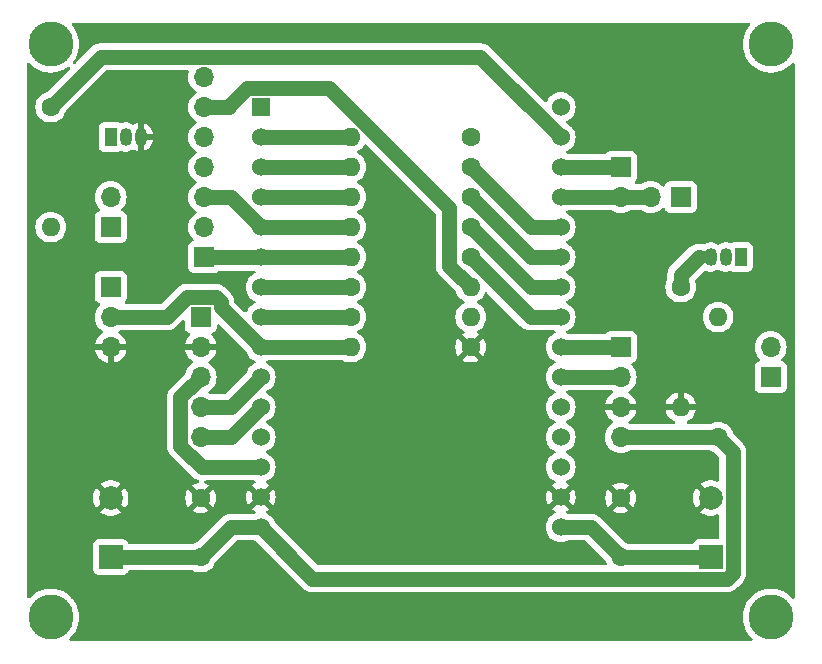
<source format=gtl>
G04 #@! TF.GenerationSoftware,KiCad,Pcbnew,8.0.7*
G04 #@! TF.CreationDate,2024-12-29T16:59:57+01:00*
G04 #@! TF.ProjectId,ESP32ScoringDeviceV1.1,45535033-3253-4636-9f72-696e67446576,1.1*
G04 #@! TF.SameCoordinates,Original*
G04 #@! TF.FileFunction,Copper,L1,Top*
G04 #@! TF.FilePolarity,Positive*
%FSLAX46Y46*%
G04 Gerber Fmt 4.6, Leading zero omitted, Abs format (unit mm)*
G04 Created by KiCad (PCBNEW 8.0.7) date 2024-12-29 16:59:57*
%MOMM*%
%LPD*%
G01*
G04 APERTURE LIST*
G04 #@! TA.AperFunction,ComponentPad*
%ADD10C,2.600000*%
G04 #@! TD*
G04 #@! TA.AperFunction,ConnectorPad*
%ADD11C,3.800000*%
G04 #@! TD*
G04 #@! TA.AperFunction,ComponentPad*
%ADD12R,1.700000X1.700000*%
G04 #@! TD*
G04 #@! TA.AperFunction,ComponentPad*
%ADD13O,1.700000X1.700000*%
G04 #@! TD*
G04 #@! TA.AperFunction,ComponentPad*
%ADD14C,1.600000*%
G04 #@! TD*
G04 #@! TA.AperFunction,ComponentPad*
%ADD15R,1.524000X1.524000*%
G04 #@! TD*
G04 #@! TA.AperFunction,ComponentPad*
%ADD16C,1.524000*%
G04 #@! TD*
G04 #@! TA.AperFunction,ComponentPad*
%ADD17O,1.600000X1.600000*%
G04 #@! TD*
G04 #@! TA.AperFunction,ComponentPad*
%ADD18R,2.000000X2.000000*%
G04 #@! TD*
G04 #@! TA.AperFunction,ComponentPad*
%ADD19C,2.000000*%
G04 #@! TD*
G04 #@! TA.AperFunction,ComponentPad*
%ADD20R,1.050000X1.500000*%
G04 #@! TD*
G04 #@! TA.AperFunction,ComponentPad*
%ADD21O,1.050000X1.500000*%
G04 #@! TD*
G04 #@! TA.AperFunction,Conductor*
%ADD22C,1.270000*%
G04 #@! TD*
G04 #@! TA.AperFunction,Conductor*
%ADD23C,1.049800*%
G04 #@! TD*
G04 APERTURE END LIST*
D10*
X142280000Y-129540000D03*
D11*
X142280000Y-129540000D03*
D10*
X81280000Y-129540000D03*
D11*
X81280000Y-129540000D03*
D10*
X142280000Y-81040000D03*
D11*
X142280000Y-81040000D03*
D10*
X81280000Y-81040000D03*
D11*
X81280000Y-81040000D03*
D12*
X129540000Y-106680000D03*
D13*
X129540000Y-109220000D03*
X129540000Y-111760000D03*
X129540000Y-114300000D03*
D14*
X129540000Y-124460000D03*
X129540000Y-119460000D03*
D12*
X134620000Y-93980000D03*
D13*
X132080000Y-93980000D03*
D12*
X142240000Y-109220000D03*
D13*
X142240000Y-106680000D03*
D15*
X99060000Y-86360000D03*
D16*
X99060000Y-88900000D03*
X99060000Y-91440000D03*
X99060000Y-93980000D03*
X99060000Y-96520000D03*
X99060000Y-99060000D03*
X99060000Y-101600000D03*
X99060000Y-104140000D03*
X99060000Y-106680000D03*
X99060000Y-109220000D03*
X99060000Y-111760000D03*
X99060000Y-114300000D03*
X99060000Y-116840000D03*
X99060000Y-119380000D03*
X99060000Y-121920000D03*
X124460000Y-121920000D03*
X124460000Y-119380000D03*
X124460000Y-116840000D03*
X124460000Y-114300000D03*
X124460000Y-111760000D03*
X124460000Y-109220000D03*
X124460000Y-106680000D03*
X124460000Y-104140000D03*
X124460000Y-101600000D03*
X124460000Y-99060000D03*
X124460000Y-96520000D03*
X124460000Y-93980000D03*
X124460000Y-91440000D03*
X124460000Y-88900000D03*
X124460000Y-86360000D03*
D14*
X116840000Y-88900000D03*
D17*
X106680000Y-88900000D03*
D14*
X93980000Y-124460000D03*
X93980000Y-119460000D03*
D18*
X86360000Y-124460000D03*
D19*
X86360000Y-119460000D03*
D14*
X116840000Y-96520000D03*
D17*
X106680000Y-96520000D03*
D20*
X86360000Y-88900000D03*
D21*
X87630000Y-88900000D03*
X88900000Y-88900000D03*
D12*
X94280000Y-99065000D03*
D13*
X94280000Y-96525000D03*
X94280000Y-93985000D03*
X94280000Y-91445000D03*
X94280000Y-88905000D03*
X94280000Y-86365000D03*
X94280000Y-83825000D03*
D12*
X93980000Y-104140000D03*
D13*
X93980000Y-106680000D03*
X93980000Y-109220000D03*
X93980000Y-111760000D03*
X93980000Y-114300000D03*
D14*
X116840000Y-93980000D03*
D17*
X106680000Y-93980000D03*
D20*
X139700000Y-99060000D03*
D21*
X138430000Y-99060000D03*
X137160000Y-99060000D03*
D14*
X134620000Y-101600000D03*
D17*
X134620000Y-111760000D03*
D12*
X86360000Y-101600000D03*
D13*
X86360000Y-104140000D03*
X86360000Y-106680000D03*
D12*
X86360000Y-96520000D03*
D13*
X86360000Y-93980000D03*
D14*
X116840000Y-91440000D03*
D17*
X106680000Y-91440000D03*
D12*
X129540000Y-91440000D03*
D13*
X129540000Y-93980000D03*
D14*
X116840000Y-99060000D03*
D17*
X106680000Y-99060000D03*
D14*
X116840000Y-106680000D03*
D17*
X106680000Y-106680000D03*
D14*
X106680000Y-104140000D03*
D17*
X116840000Y-104140000D03*
D14*
X137780000Y-114300000D03*
D17*
X137780000Y-104140000D03*
D14*
X81280000Y-86360000D03*
D17*
X81280000Y-96520000D03*
D18*
X137160000Y-124460000D03*
D19*
X137160000Y-119460000D03*
D14*
X106680000Y-101600000D03*
D17*
X116840000Y-101600000D03*
D22*
X117653300Y-82093300D02*
X124460000Y-88900000D01*
X85546700Y-82093300D02*
X117653300Y-82093300D01*
X81280000Y-86360000D02*
X85546700Y-82093300D01*
X121920000Y-104140000D02*
X124460000Y-104140000D01*
X116840000Y-99060000D02*
X121920000Y-104140000D01*
D23*
X136144800Y-99060000D02*
X137160000Y-99060000D01*
D22*
X134620000Y-100584800D02*
X134620000Y-101600000D01*
X136144800Y-99060000D02*
X134620000Y-100584800D01*
X106680000Y-104140000D02*
X99060000Y-104140000D01*
X106680000Y-101600000D02*
X99060000Y-101600000D01*
X129540000Y-93980000D02*
X132080000Y-93980000D01*
X124460000Y-93980000D02*
X129540000Y-93980000D01*
X129540000Y-91440000D02*
X124460000Y-91440000D01*
X121920000Y-96520000D02*
X124460000Y-96520000D01*
X116840000Y-91440000D02*
X121920000Y-96520000D01*
X96520000Y-114300000D02*
X99060000Y-111760000D01*
X93980000Y-114300000D02*
X96520000Y-114300000D01*
X94065100Y-116840000D02*
X99060000Y-116840000D01*
X92262500Y-115037400D02*
X94065100Y-116840000D01*
X92262500Y-110937500D02*
X92262500Y-115037400D01*
X93980000Y-109220000D02*
X92262500Y-110937500D01*
X124460000Y-109220000D02*
X129540000Y-109220000D01*
X124460000Y-106680000D02*
X129540000Y-106680000D01*
X106680000Y-88900000D02*
X99060000Y-88900000D01*
X94280000Y-86365000D02*
X96400000Y-86365000D01*
X115015700Y-99775700D02*
X116840000Y-101600000D01*
X115015700Y-94906000D02*
X115015700Y-99775700D01*
X104871000Y-84761300D02*
X115015700Y-94906000D01*
X97893900Y-84761300D02*
X104871000Y-84761300D01*
X96400000Y-86255200D02*
X97893900Y-84761300D01*
X96400000Y-86365000D02*
X96400000Y-86255200D01*
X106680000Y-91440000D02*
X99060000Y-91440000D01*
X95667900Y-103287900D02*
X99060000Y-106680000D01*
X95667900Y-102872700D02*
X95667900Y-103287900D01*
X95248500Y-102453300D02*
X95667900Y-102872700D01*
X92783400Y-102453300D02*
X95248500Y-102453300D01*
X91096700Y-104140000D02*
X92783400Y-102453300D01*
X86360000Y-104140000D02*
X91096700Y-104140000D01*
X106680000Y-106680000D02*
X99060000Y-106680000D01*
X96520000Y-111760000D02*
X99060000Y-109220000D01*
X93980000Y-111760000D02*
X96520000Y-111760000D01*
X106680000Y-93980000D02*
X99060000Y-93980000D01*
X96525000Y-93985000D02*
X99060000Y-96520000D01*
X94280000Y-93985000D02*
X96525000Y-93985000D01*
X106680000Y-96520000D02*
X99060000Y-96520000D01*
X121920000Y-101600000D02*
X124460000Y-101600000D01*
X116840000Y-96520000D02*
X121920000Y-101600000D01*
X99055000Y-99065000D02*
X99060000Y-99060000D01*
X94280000Y-99065000D02*
X99055000Y-99065000D01*
X106680000Y-99060000D02*
X99060000Y-99060000D01*
X137160000Y-124460000D02*
X129540000Y-124460000D01*
X127000000Y-121920000D02*
X129540000Y-124460000D01*
X124460000Y-121920000D02*
X127000000Y-121920000D01*
X137780000Y-114300000D02*
X129540000Y-114300000D01*
X86360000Y-124460000D02*
X93980000Y-124460000D01*
X96520000Y-121920000D02*
X99060000Y-121920000D01*
X93980000Y-124460000D02*
X96520000Y-121920000D01*
X139023200Y-115543200D02*
X137780000Y-114300000D01*
X139023200Y-125816300D02*
X139023200Y-115543200D01*
X138542800Y-126296700D02*
X139023200Y-125816300D01*
X103436700Y-126296700D02*
X138542800Y-126296700D01*
X99060000Y-121920000D02*
X103436700Y-126296700D01*
X121920000Y-99060000D02*
X116840000Y-93980000D01*
X124460000Y-99060000D02*
X121920000Y-99060000D01*
G04 #@! TA.AperFunction,Conductor*
G36*
X140456746Y-79260185D02*
G01*
X140502501Y-79312989D01*
X140512445Y-79382147D01*
X140485250Y-79443541D01*
X140334116Y-79626229D01*
X140334113Y-79626233D01*
X140172268Y-79881261D01*
X140172265Y-79881267D01*
X140043661Y-80154563D01*
X140043659Y-80154568D01*
X139950320Y-80441835D01*
X139893719Y-80738546D01*
X139893718Y-80738553D01*
X139874754Y-81039994D01*
X139874754Y-81040005D01*
X139893718Y-81341446D01*
X139893719Y-81341453D01*
X139950320Y-81638164D01*
X140043659Y-81925431D01*
X140043661Y-81925436D01*
X140172265Y-82198732D01*
X140172268Y-82198738D01*
X140334111Y-82453763D01*
X140334112Y-82453764D01*
X140334115Y-82453768D01*
X140526649Y-82686502D01*
X140526652Y-82686505D01*
X140746836Y-82893272D01*
X140746846Y-82893280D01*
X140991193Y-83070808D01*
X140991198Y-83070810D01*
X140991205Y-83070816D01*
X141255896Y-83216332D01*
X141255901Y-83216334D01*
X141255903Y-83216335D01*
X141255904Y-83216336D01*
X141536734Y-83327524D01*
X141536737Y-83327525D01*
X141634259Y-83352564D01*
X141829302Y-83402642D01*
X141976039Y-83421179D01*
X142128963Y-83440499D01*
X142128969Y-83440499D01*
X142128973Y-83440500D01*
X142128975Y-83440500D01*
X142431025Y-83440500D01*
X142431027Y-83440500D01*
X142431032Y-83440499D01*
X142431036Y-83440499D01*
X142510591Y-83430448D01*
X142730698Y-83402642D01*
X143023262Y-83327525D01*
X143023265Y-83327524D01*
X143304095Y-83216336D01*
X143304096Y-83216335D01*
X143304094Y-83216335D01*
X143304104Y-83216332D01*
X143568795Y-83070816D01*
X143813162Y-82893274D01*
X144033349Y-82686504D01*
X144059957Y-82654340D01*
X144117856Y-82615234D01*
X144187708Y-82613638D01*
X144247333Y-82650059D01*
X144277803Y-82712935D01*
X144279500Y-82733382D01*
X144279500Y-127846617D01*
X144259815Y-127913656D01*
X144207011Y-127959411D01*
X144137853Y-127969355D01*
X144074297Y-127940330D01*
X144059957Y-127925659D01*
X144033348Y-127893495D01*
X143813163Y-127686727D01*
X143813153Y-127686719D01*
X143568806Y-127509191D01*
X143568799Y-127509186D01*
X143568795Y-127509184D01*
X143304104Y-127363668D01*
X143304101Y-127363666D01*
X143304096Y-127363664D01*
X143304095Y-127363663D01*
X143023265Y-127252475D01*
X143023262Y-127252474D01*
X142730695Y-127177357D01*
X142431036Y-127139500D01*
X142431027Y-127139500D01*
X142128973Y-127139500D01*
X142128963Y-127139500D01*
X141829304Y-127177357D01*
X141536737Y-127252474D01*
X141536734Y-127252475D01*
X141255904Y-127363663D01*
X141255903Y-127363664D01*
X140991205Y-127509184D01*
X140991193Y-127509191D01*
X140746846Y-127686719D01*
X140746836Y-127686727D01*
X140526652Y-127893494D01*
X140334111Y-128126236D01*
X140172268Y-128381261D01*
X140172265Y-128381267D01*
X140043661Y-128654563D01*
X140043659Y-128654568D01*
X139950320Y-128941835D01*
X139893719Y-129238546D01*
X139893718Y-129238553D01*
X139874754Y-129539994D01*
X139874754Y-129540005D01*
X139893718Y-129841446D01*
X139893719Y-129841453D01*
X139950320Y-130138164D01*
X140043659Y-130425431D01*
X140043661Y-130425436D01*
X140172265Y-130698732D01*
X140172268Y-130698738D01*
X140334111Y-130953763D01*
X140526652Y-131186505D01*
X140674781Y-131325608D01*
X140710176Y-131385849D01*
X140707382Y-131455663D01*
X140667289Y-131512884D01*
X140602623Y-131539345D01*
X140589897Y-131540000D01*
X82970103Y-131540000D01*
X82903064Y-131520315D01*
X82857309Y-131467511D01*
X82847365Y-131398353D01*
X82876390Y-131334797D01*
X82885219Y-131325608D01*
X82916778Y-131295971D01*
X83033349Y-131186504D01*
X83225885Y-130953768D01*
X83387733Y-130698736D01*
X83516341Y-130425430D01*
X83609681Y-130138160D01*
X83666280Y-129841457D01*
X83685246Y-129540000D01*
X83666280Y-129238543D01*
X83609681Y-128941840D01*
X83516341Y-128654570D01*
X83387733Y-128381264D01*
X83359828Y-128337293D01*
X83225888Y-128126236D01*
X83096105Y-127969355D01*
X83033349Y-127893496D01*
X82813162Y-127686726D01*
X82813159Y-127686724D01*
X82813153Y-127686719D01*
X82568806Y-127509191D01*
X82568799Y-127509186D01*
X82568795Y-127509184D01*
X82304104Y-127363668D01*
X82304101Y-127363666D01*
X82304096Y-127363664D01*
X82304095Y-127363663D01*
X82023265Y-127252475D01*
X82023262Y-127252474D01*
X81730695Y-127177357D01*
X81431036Y-127139500D01*
X81431027Y-127139500D01*
X81128973Y-127139500D01*
X81128963Y-127139500D01*
X80829304Y-127177357D01*
X80536737Y-127252474D01*
X80536734Y-127252475D01*
X80255904Y-127363663D01*
X80255903Y-127363664D01*
X79991205Y-127509184D01*
X79991193Y-127509191D01*
X79746846Y-127686719D01*
X79746836Y-127686727D01*
X79526649Y-127893497D01*
X79526647Y-127893499D01*
X79499543Y-127926263D01*
X79441643Y-127965370D01*
X79371792Y-127966966D01*
X79312166Y-127930544D01*
X79281697Y-127867668D01*
X79280000Y-127847222D01*
X79280000Y-119459994D01*
X84854859Y-119459994D01*
X84854859Y-119460005D01*
X84875385Y-119707729D01*
X84875387Y-119707738D01*
X84936412Y-119948717D01*
X85036267Y-120176367D01*
X85136562Y-120329881D01*
X85877037Y-119589408D01*
X85894075Y-119652993D01*
X85959901Y-119767007D01*
X86052993Y-119860099D01*
X86167007Y-119925925D01*
X86230591Y-119942962D01*
X85489943Y-120683609D01*
X85536768Y-120720055D01*
X85536771Y-120720057D01*
X85755385Y-120838364D01*
X85755396Y-120838369D01*
X85990506Y-120919083D01*
X86235707Y-120960000D01*
X86484293Y-120960000D01*
X86729493Y-120919083D01*
X86964603Y-120838369D01*
X86964614Y-120838364D01*
X87183230Y-120720056D01*
X87183236Y-120720051D01*
X87230055Y-120683610D01*
X87230056Y-120683609D01*
X86489408Y-119942962D01*
X86552993Y-119925925D01*
X86667007Y-119860099D01*
X86760099Y-119767007D01*
X86825925Y-119652993D01*
X86842962Y-119589408D01*
X87583435Y-120329882D01*
X87683733Y-120176364D01*
X87783587Y-119948717D01*
X87844612Y-119707738D01*
X87844614Y-119707729D01*
X87865141Y-119460005D01*
X87865141Y-119459994D01*
X87844614Y-119212270D01*
X87844612Y-119212261D01*
X87783587Y-118971282D01*
X87683732Y-118743632D01*
X87583435Y-118590116D01*
X86842962Y-119330590D01*
X86825925Y-119267007D01*
X86760099Y-119152993D01*
X86667007Y-119059901D01*
X86552993Y-118994075D01*
X86489409Y-118977037D01*
X87230055Y-118236389D01*
X87230055Y-118236388D01*
X87183236Y-118199947D01*
X87183231Y-118199944D01*
X86964614Y-118081635D01*
X86964603Y-118081630D01*
X86729493Y-118000916D01*
X86484293Y-117960000D01*
X86235707Y-117960000D01*
X85990506Y-118000916D01*
X85755396Y-118081630D01*
X85755385Y-118081635D01*
X85536770Y-118199943D01*
X85489943Y-118236389D01*
X86230591Y-118977037D01*
X86167007Y-118994075D01*
X86052993Y-119059901D01*
X85959901Y-119152993D01*
X85894075Y-119267007D01*
X85877037Y-119330591D01*
X85136563Y-118590117D01*
X85036267Y-118743633D01*
X85036265Y-118743637D01*
X84936412Y-118971282D01*
X84875387Y-119212261D01*
X84875385Y-119212270D01*
X84854859Y-119459994D01*
X79280000Y-119459994D01*
X79280000Y-96519998D01*
X79974532Y-96519998D01*
X79974532Y-96520001D01*
X79994364Y-96746686D01*
X79994366Y-96746697D01*
X80053258Y-96966488D01*
X80053261Y-96966497D01*
X80149431Y-97172732D01*
X80149432Y-97172734D01*
X80279954Y-97359141D01*
X80440858Y-97520045D01*
X80440861Y-97520047D01*
X80627266Y-97650568D01*
X80833504Y-97746739D01*
X81053308Y-97805635D01*
X81215230Y-97819801D01*
X81279998Y-97825468D01*
X81280000Y-97825468D01*
X81280002Y-97825468D01*
X81336673Y-97820509D01*
X81506692Y-97805635D01*
X81726496Y-97746739D01*
X81932734Y-97650568D01*
X82119139Y-97520047D01*
X82280047Y-97359139D01*
X82410568Y-97172734D01*
X82506739Y-96966496D01*
X82565635Y-96746692D01*
X82585468Y-96520000D01*
X82565635Y-96293308D01*
X82506739Y-96073504D01*
X82410568Y-95867266D01*
X82280047Y-95680861D01*
X82280045Y-95680858D01*
X82119141Y-95519954D01*
X81932734Y-95389432D01*
X81932732Y-95389431D01*
X81726497Y-95293261D01*
X81726488Y-95293258D01*
X81506697Y-95234366D01*
X81506693Y-95234365D01*
X81506692Y-95234365D01*
X81506691Y-95234364D01*
X81506686Y-95234364D01*
X81280002Y-95214532D01*
X81279998Y-95214532D01*
X81053313Y-95234364D01*
X81053302Y-95234366D01*
X80833511Y-95293258D01*
X80833502Y-95293261D01*
X80627267Y-95389431D01*
X80627265Y-95389432D01*
X80440858Y-95519954D01*
X80279954Y-95680858D01*
X80149432Y-95867265D01*
X80149431Y-95867267D01*
X80053261Y-96073502D01*
X80053258Y-96073511D01*
X79994366Y-96293302D01*
X79994364Y-96293313D01*
X79974532Y-96519998D01*
X79280000Y-96519998D01*
X79280000Y-93979999D01*
X85004341Y-93979999D01*
X85004341Y-93980000D01*
X85024936Y-94215403D01*
X85024938Y-94215413D01*
X85086094Y-94443655D01*
X85086096Y-94443659D01*
X85086097Y-94443663D01*
X85165369Y-94613662D01*
X85185965Y-94657830D01*
X85185967Y-94657834D01*
X85281743Y-94794615D01*
X85321501Y-94851396D01*
X85321506Y-94851402D01*
X85443430Y-94973326D01*
X85476915Y-95034649D01*
X85471931Y-95104341D01*
X85430059Y-95160274D01*
X85399083Y-95177189D01*
X85267669Y-95226203D01*
X85267664Y-95226206D01*
X85152455Y-95312452D01*
X85152452Y-95312455D01*
X85066206Y-95427664D01*
X85066202Y-95427671D01*
X85015908Y-95562517D01*
X85009501Y-95622116D01*
X85009501Y-95622123D01*
X85009500Y-95622135D01*
X85009500Y-97417870D01*
X85009501Y-97417876D01*
X85015908Y-97477483D01*
X85066202Y-97612328D01*
X85066206Y-97612335D01*
X85152452Y-97727544D01*
X85152455Y-97727547D01*
X85267664Y-97813793D01*
X85267671Y-97813797D01*
X85402517Y-97864091D01*
X85402516Y-97864091D01*
X85409444Y-97864835D01*
X85462127Y-97870500D01*
X87257872Y-97870499D01*
X87317483Y-97864091D01*
X87452331Y-97813796D01*
X87567546Y-97727546D01*
X87653796Y-97612331D01*
X87704091Y-97477483D01*
X87710500Y-97417873D01*
X87710499Y-95622128D01*
X87704091Y-95562517D01*
X87699114Y-95549174D01*
X87653797Y-95427671D01*
X87653793Y-95427664D01*
X87567547Y-95312455D01*
X87567544Y-95312452D01*
X87452335Y-95226206D01*
X87452328Y-95226202D01*
X87320917Y-95177189D01*
X87264983Y-95135318D01*
X87240566Y-95069853D01*
X87255418Y-95001580D01*
X87276563Y-94973332D01*
X87398495Y-94851401D01*
X87534035Y-94657830D01*
X87633903Y-94443663D01*
X87695063Y-94215408D01*
X87715659Y-93980000D01*
X87695063Y-93744592D01*
X87642000Y-93546554D01*
X87633905Y-93516344D01*
X87633904Y-93516343D01*
X87633903Y-93516337D01*
X87534035Y-93302171D01*
X87438254Y-93165380D01*
X87398494Y-93108597D01*
X87231402Y-92941506D01*
X87231395Y-92941501D01*
X87037834Y-92805967D01*
X87037830Y-92805965D01*
X86990921Y-92784091D01*
X86823663Y-92706097D01*
X86823659Y-92706096D01*
X86823655Y-92706094D01*
X86595413Y-92644938D01*
X86595403Y-92644936D01*
X86360001Y-92624341D01*
X86359999Y-92624341D01*
X86124596Y-92644936D01*
X86124586Y-92644938D01*
X85896344Y-92706094D01*
X85896335Y-92706098D01*
X85682171Y-92805964D01*
X85682169Y-92805965D01*
X85488597Y-92941505D01*
X85321505Y-93108597D01*
X85185965Y-93302169D01*
X85185964Y-93302171D01*
X85086098Y-93516335D01*
X85086094Y-93516344D01*
X85024938Y-93744586D01*
X85024936Y-93744596D01*
X85004341Y-93979999D01*
X79280000Y-93979999D01*
X79280000Y-88102135D01*
X85334500Y-88102135D01*
X85334500Y-89697870D01*
X85334501Y-89697876D01*
X85340908Y-89757483D01*
X85391202Y-89892328D01*
X85391206Y-89892335D01*
X85477452Y-90007544D01*
X85477455Y-90007547D01*
X85592664Y-90093793D01*
X85592671Y-90093797D01*
X85727517Y-90144091D01*
X85727516Y-90144091D01*
X85734444Y-90144835D01*
X85787127Y-90150500D01*
X86932872Y-90150499D01*
X86992483Y-90144091D01*
X87127331Y-90093796D01*
X87128430Y-90092972D01*
X87129717Y-90092492D01*
X87135112Y-90089547D01*
X87135535Y-90090322D01*
X87193887Y-90068552D01*
X87250198Y-90077673D01*
X87330873Y-90111091D01*
X87528987Y-90150498D01*
X87528992Y-90150499D01*
X87528996Y-90150500D01*
X87528997Y-90150500D01*
X87731004Y-90150500D01*
X87731005Y-90150499D01*
X87929127Y-90111091D01*
X88115756Y-90033786D01*
X88196562Y-89979792D01*
X88263234Y-89958917D01*
X88330614Y-89977401D01*
X88334340Y-89979795D01*
X88414479Y-90033343D01*
X88414486Y-90033347D01*
X88601016Y-90110609D01*
X88601025Y-90110612D01*
X88650000Y-90120353D01*
X88650000Y-89265865D01*
X88652383Y-89241671D01*
X88655500Y-89226002D01*
X88655500Y-89185830D01*
X88669745Y-89200075D01*
X88755255Y-89249444D01*
X88850630Y-89275000D01*
X88949370Y-89275000D01*
X89044745Y-89249444D01*
X89130255Y-89200075D01*
X89150000Y-89180330D01*
X89150000Y-90120352D01*
X89198974Y-90110612D01*
X89198983Y-90110609D01*
X89385513Y-90033347D01*
X89385526Y-90033340D01*
X89553399Y-89921170D01*
X89553403Y-89921167D01*
X89696167Y-89778403D01*
X89696170Y-89778399D01*
X89808340Y-89610526D01*
X89808347Y-89610513D01*
X89885609Y-89423983D01*
X89885612Y-89423974D01*
X89924999Y-89225958D01*
X89925000Y-89225955D01*
X89925000Y-89150000D01*
X89180330Y-89150000D01*
X89200075Y-89130255D01*
X89249444Y-89044745D01*
X89275000Y-88949370D01*
X89275000Y-88850630D01*
X89249444Y-88755255D01*
X89200075Y-88669745D01*
X89180330Y-88650000D01*
X89925000Y-88650000D01*
X89925000Y-88574045D01*
X89924999Y-88574041D01*
X89885612Y-88376025D01*
X89885609Y-88376016D01*
X89808347Y-88189486D01*
X89808340Y-88189473D01*
X89696170Y-88021600D01*
X89696167Y-88021596D01*
X89553403Y-87878832D01*
X89553399Y-87878829D01*
X89385526Y-87766659D01*
X89385513Y-87766652D01*
X89198984Y-87689390D01*
X89198977Y-87689388D01*
X89150000Y-87679645D01*
X89150000Y-88619670D01*
X89130255Y-88599925D01*
X89044745Y-88550556D01*
X88949370Y-88525000D01*
X88850630Y-88525000D01*
X88755255Y-88550556D01*
X88669745Y-88599925D01*
X88655500Y-88614170D01*
X88655500Y-88573996D01*
X88655499Y-88573995D01*
X88652383Y-88558326D01*
X88650000Y-88534134D01*
X88650000Y-87679646D01*
X88649999Y-87679645D01*
X88601022Y-87689388D01*
X88601015Y-87689390D01*
X88414481Y-87766654D01*
X88414479Y-87766655D01*
X88334337Y-87820204D01*
X88267660Y-87841081D01*
X88200280Y-87822596D01*
X88196558Y-87820204D01*
X88115754Y-87766212D01*
X87929127Y-87688909D01*
X87929119Y-87688907D01*
X87731007Y-87649500D01*
X87731003Y-87649500D01*
X87528997Y-87649500D01*
X87528992Y-87649500D01*
X87330880Y-87688907D01*
X87330868Y-87688910D01*
X87250198Y-87722325D01*
X87180729Y-87729794D01*
X87135342Y-87710036D01*
X87135114Y-87710454D01*
X87130447Y-87707905D01*
X87128432Y-87707028D01*
X87127331Y-87706204D01*
X87127330Y-87706203D01*
X87127328Y-87706202D01*
X86992482Y-87655908D01*
X86992483Y-87655908D01*
X86932883Y-87649501D01*
X86932881Y-87649500D01*
X86932873Y-87649500D01*
X86932864Y-87649500D01*
X85787129Y-87649500D01*
X85787123Y-87649501D01*
X85727516Y-87655908D01*
X85592671Y-87706202D01*
X85592664Y-87706206D01*
X85477455Y-87792452D01*
X85477452Y-87792455D01*
X85391206Y-87907664D01*
X85391202Y-87907671D01*
X85340908Y-88042517D01*
X85334501Y-88102116D01*
X85334500Y-88102135D01*
X79280000Y-88102135D01*
X79280000Y-82732777D01*
X79299685Y-82665738D01*
X79352489Y-82619983D01*
X79421647Y-82610039D01*
X79485203Y-82639064D01*
X79499542Y-82653735D01*
X79509472Y-82665738D01*
X79526649Y-82686502D01*
X79746836Y-82893272D01*
X79746846Y-82893280D01*
X79991193Y-83070808D01*
X79991198Y-83070810D01*
X79991205Y-83070816D01*
X80255896Y-83216332D01*
X80255901Y-83216334D01*
X80255903Y-83216335D01*
X80255904Y-83216336D01*
X80536734Y-83327524D01*
X80536737Y-83327525D01*
X80634259Y-83352564D01*
X80829302Y-83402642D01*
X80976039Y-83421179D01*
X81128963Y-83440499D01*
X81128969Y-83440499D01*
X81128973Y-83440500D01*
X81128975Y-83440500D01*
X81431025Y-83440500D01*
X81431027Y-83440500D01*
X81431032Y-83440499D01*
X81431036Y-83440499D01*
X81510591Y-83430448D01*
X81730698Y-83402642D01*
X82023262Y-83327525D01*
X82023265Y-83327524D01*
X82304095Y-83216336D01*
X82304096Y-83216335D01*
X82304094Y-83216335D01*
X82304104Y-83216332D01*
X82568795Y-83070816D01*
X82584267Y-83059575D01*
X82736949Y-82948646D01*
X82802755Y-82925166D01*
X82870809Y-82940992D01*
X82919504Y-82991097D01*
X82933379Y-83059575D01*
X82908030Y-83124684D01*
X82897515Y-83136645D01*
X80949062Y-85085097D01*
X80893477Y-85117190D01*
X80833504Y-85133260D01*
X80627267Y-85229431D01*
X80627265Y-85229432D01*
X80440858Y-85359954D01*
X80279954Y-85520858D01*
X80149432Y-85707265D01*
X80149431Y-85707267D01*
X80053261Y-85913502D01*
X80053258Y-85913511D01*
X79994366Y-86133302D01*
X79994364Y-86133313D01*
X79974532Y-86359998D01*
X79974532Y-86360001D01*
X79994364Y-86586686D01*
X79994366Y-86586697D01*
X80053258Y-86806488D01*
X80053261Y-86806497D01*
X80149431Y-87012732D01*
X80149432Y-87012734D01*
X80279954Y-87199141D01*
X80440858Y-87360045D01*
X80440861Y-87360047D01*
X80627266Y-87490568D01*
X80833504Y-87586739D01*
X80833509Y-87586740D01*
X80833511Y-87586741D01*
X80839098Y-87588238D01*
X81053308Y-87645635D01*
X81215230Y-87659801D01*
X81279998Y-87665468D01*
X81280000Y-87665468D01*
X81280002Y-87665468D01*
X81336673Y-87660509D01*
X81506692Y-87645635D01*
X81726496Y-87586739D01*
X81932734Y-87490568D01*
X82119139Y-87360047D01*
X82280047Y-87199139D01*
X82410568Y-87012734D01*
X82506739Y-86806496D01*
X82522808Y-86746521D01*
X82554899Y-86690938D01*
X85980720Y-83265119D01*
X86042043Y-83231634D01*
X86068401Y-83228800D01*
X92880010Y-83228800D01*
X92947049Y-83248485D01*
X92992804Y-83301289D01*
X93002748Y-83370447D01*
X92999785Y-83384893D01*
X92944938Y-83589586D01*
X92944936Y-83589596D01*
X92924341Y-83824999D01*
X92924341Y-83825000D01*
X92944936Y-84060403D01*
X92944938Y-84060413D01*
X93006094Y-84288655D01*
X93006096Y-84288659D01*
X93006097Y-84288663D01*
X93105965Y-84502830D01*
X93105967Y-84502834D01*
X93241501Y-84696395D01*
X93241506Y-84696402D01*
X93408597Y-84863493D01*
X93408603Y-84863498D01*
X93594158Y-84993425D01*
X93637783Y-85048002D01*
X93644977Y-85117500D01*
X93613454Y-85179855D01*
X93594158Y-85196575D01*
X93408597Y-85326505D01*
X93241505Y-85493597D01*
X93105965Y-85687169D01*
X93105964Y-85687171D01*
X93006098Y-85901335D01*
X93006094Y-85901344D01*
X92944938Y-86129586D01*
X92944936Y-86129596D01*
X92924341Y-86364999D01*
X92924341Y-86365000D01*
X92944936Y-86600403D01*
X92944938Y-86600413D01*
X93006094Y-86828655D01*
X93006096Y-86828659D01*
X93006097Y-86828663D01*
X93091930Y-87012732D01*
X93105965Y-87042830D01*
X93105967Y-87042834D01*
X93198242Y-87174615D01*
X93237799Y-87231109D01*
X93241501Y-87236395D01*
X93241506Y-87236402D01*
X93408597Y-87403493D01*
X93408603Y-87403498D01*
X93594158Y-87533425D01*
X93637783Y-87588002D01*
X93644977Y-87657500D01*
X93613454Y-87719855D01*
X93594158Y-87736575D01*
X93408597Y-87866505D01*
X93241505Y-88033597D01*
X93105965Y-88227169D01*
X93105964Y-88227171D01*
X93006098Y-88441335D01*
X93006094Y-88441344D01*
X92944938Y-88669586D01*
X92944936Y-88669596D01*
X92924341Y-88904999D01*
X92924341Y-88905000D01*
X92944936Y-89140403D01*
X92944938Y-89140413D01*
X93006094Y-89368655D01*
X93006096Y-89368659D01*
X93006097Y-89368663D01*
X93088536Y-89545453D01*
X93105965Y-89582830D01*
X93105967Y-89582834D01*
X93186517Y-89697870D01*
X93228258Y-89757483D01*
X93241501Y-89776395D01*
X93241506Y-89776402D01*
X93408597Y-89943493D01*
X93408603Y-89943498D01*
X93594158Y-90073425D01*
X93637783Y-90128002D01*
X93644977Y-90197500D01*
X93613454Y-90259855D01*
X93594158Y-90276575D01*
X93408597Y-90406505D01*
X93241505Y-90573597D01*
X93105965Y-90767169D01*
X93105964Y-90767171D01*
X93006098Y-90981335D01*
X93006094Y-90981344D01*
X92944938Y-91209586D01*
X92944936Y-91209596D01*
X92924341Y-91444999D01*
X92924341Y-91445000D01*
X92944936Y-91680403D01*
X92944938Y-91680413D01*
X93006094Y-91908655D01*
X93006096Y-91908659D01*
X93006097Y-91908663D01*
X93091930Y-92092732D01*
X93105965Y-92122830D01*
X93105967Y-92122834D01*
X93241501Y-92316395D01*
X93241506Y-92316402D01*
X93408597Y-92483493D01*
X93408603Y-92483498D01*
X93594158Y-92613425D01*
X93637783Y-92668002D01*
X93644977Y-92737500D01*
X93613454Y-92799855D01*
X93594158Y-92816575D01*
X93408597Y-92946505D01*
X93241505Y-93113597D01*
X93105965Y-93307169D01*
X93105964Y-93307171D01*
X93012983Y-93506570D01*
X93008430Y-93516335D01*
X93006098Y-93521335D01*
X93006094Y-93521344D01*
X92944938Y-93749586D01*
X92944936Y-93749596D01*
X92924341Y-93984999D01*
X92924341Y-93985000D01*
X92944936Y-94220403D01*
X92944938Y-94220413D01*
X93006094Y-94448655D01*
X93006096Y-94448659D01*
X93006097Y-94448663D01*
X93088167Y-94624663D01*
X93105965Y-94662830D01*
X93105967Y-94662834D01*
X93198242Y-94794615D01*
X93238000Y-94851396D01*
X93241501Y-94856395D01*
X93241506Y-94856402D01*
X93408597Y-95023493D01*
X93408603Y-95023498D01*
X93594158Y-95153425D01*
X93637783Y-95208002D01*
X93644977Y-95277500D01*
X93613454Y-95339855D01*
X93594158Y-95356575D01*
X93408597Y-95486505D01*
X93241505Y-95653597D01*
X93105965Y-95847169D01*
X93105964Y-95847171D01*
X93006098Y-96061335D01*
X93006094Y-96061344D01*
X92944938Y-96289586D01*
X92944936Y-96289596D01*
X92924341Y-96524999D01*
X92924341Y-96525000D01*
X92944936Y-96760403D01*
X92944938Y-96760413D01*
X93006094Y-96988655D01*
X93006096Y-96988659D01*
X93006097Y-96988663D01*
X93091930Y-97172732D01*
X93105965Y-97202830D01*
X93105967Y-97202834D01*
X93198242Y-97334615D01*
X93241501Y-97396396D01*
X93241506Y-97396402D01*
X93363430Y-97518326D01*
X93396915Y-97579649D01*
X93391931Y-97649341D01*
X93350059Y-97705274D01*
X93319083Y-97722189D01*
X93187669Y-97771203D01*
X93187664Y-97771206D01*
X93072455Y-97857452D01*
X93072452Y-97857455D01*
X92986206Y-97972664D01*
X92986202Y-97972671D01*
X92935908Y-98107517D01*
X92929501Y-98167116D01*
X92929500Y-98167135D01*
X92929500Y-99962870D01*
X92929501Y-99962876D01*
X92935908Y-100022483D01*
X92986202Y-100157328D01*
X92986206Y-100157335D01*
X93072452Y-100272544D01*
X93072455Y-100272547D01*
X93187664Y-100358793D01*
X93187671Y-100358797D01*
X93322517Y-100409091D01*
X93322516Y-100409091D01*
X93329444Y-100409835D01*
X93382127Y-100415500D01*
X95177872Y-100415499D01*
X95237483Y-100409091D01*
X95372331Y-100358796D01*
X95487546Y-100272546D01*
X95488635Y-100271092D01*
X95504282Y-100250190D01*
X95560215Y-100208318D01*
X95603549Y-100200500D01*
X98490990Y-100200500D01*
X98543394Y-100212118D01*
X98555193Y-100217619D01*
X98607630Y-100263793D01*
X98626780Y-100330987D01*
X98606563Y-100397868D01*
X98555189Y-100442382D01*
X98426340Y-100502465D01*
X98426338Y-100502466D01*
X98245377Y-100629175D01*
X98089175Y-100785377D01*
X97962466Y-100966338D01*
X97962465Y-100966340D01*
X97869107Y-101166548D01*
X97869104Y-101166554D01*
X97811930Y-101379929D01*
X97811929Y-101379937D01*
X97792677Y-101599997D01*
X97792677Y-101600002D01*
X97811929Y-101820062D01*
X97811930Y-101820070D01*
X97869104Y-102033445D01*
X97869105Y-102033447D01*
X97869106Y-102033450D01*
X97915513Y-102132971D01*
X97962466Y-102233662D01*
X97962468Y-102233666D01*
X98089170Y-102414615D01*
X98089175Y-102414621D01*
X98245378Y-102570824D01*
X98245384Y-102570829D01*
X98426333Y-102697531D01*
X98426335Y-102697532D01*
X98426338Y-102697534D01*
X98532670Y-102747117D01*
X98555189Y-102757618D01*
X98607628Y-102803790D01*
X98626780Y-102870984D01*
X98606564Y-102937865D01*
X98555189Y-102982382D01*
X98426340Y-103042465D01*
X98426338Y-103042466D01*
X98245377Y-103169175D01*
X98089175Y-103325377D01*
X97962466Y-103506338D01*
X97962465Y-103506340D01*
X97887748Y-103666570D01*
X97841575Y-103719009D01*
X97774381Y-103738161D01*
X97707500Y-103717945D01*
X97687685Y-103701846D01*
X96838331Y-102852492D01*
X96804846Y-102791169D01*
X96803539Y-102784209D01*
X96793242Y-102719198D01*
X96793242Y-102719197D01*
X96775442Y-102606808D01*
X96775441Y-102606806D01*
X96775441Y-102606803D01*
X96720209Y-102436819D01*
X96720207Y-102436816D01*
X96720207Y-102436814D01*
X96691857Y-102381175D01*
X96691856Y-102381174D01*
X96639068Y-102277569D01*
X96563845Y-102174035D01*
X96563845Y-102174034D01*
X96534014Y-102132974D01*
X96534009Y-102132969D01*
X95988230Y-101587191D01*
X95988227Y-101587188D01*
X95945255Y-101555967D01*
X95843632Y-101482133D01*
X95684376Y-101400988D01*
X95619569Y-101379932D01*
X95564858Y-101362155D01*
X95514397Y-101345759D01*
X95514395Y-101345758D01*
X95514394Y-101345758D01*
X95337870Y-101317800D01*
X95337866Y-101317800D01*
X92872766Y-101317800D01*
X92694034Y-101317800D01*
X92694030Y-101317800D01*
X92517506Y-101345758D01*
X92412331Y-101379932D01*
X92347521Y-101400989D01*
X92188267Y-101482133D01*
X92086645Y-101555967D01*
X92043672Y-101587188D01*
X92043669Y-101587191D01*
X90662680Y-102968181D01*
X90601357Y-103001666D01*
X90574999Y-103004500D01*
X87667828Y-103004500D01*
X87600789Y-102984815D01*
X87555034Y-102932011D01*
X87545090Y-102862853D01*
X87568562Y-102806189D01*
X87653793Y-102692335D01*
X87653792Y-102692335D01*
X87653796Y-102692331D01*
X87704091Y-102557483D01*
X87710500Y-102497873D01*
X87710499Y-100702128D01*
X87704091Y-100642517D01*
X87699114Y-100629174D01*
X87653796Y-100507669D01*
X87653793Y-100507664D01*
X87567547Y-100392455D01*
X87567544Y-100392452D01*
X87452335Y-100306206D01*
X87452328Y-100306202D01*
X87317482Y-100255908D01*
X87317483Y-100255908D01*
X87257883Y-100249501D01*
X87257881Y-100249500D01*
X87257873Y-100249500D01*
X87257864Y-100249500D01*
X85462129Y-100249500D01*
X85462123Y-100249501D01*
X85402516Y-100255908D01*
X85267671Y-100306202D01*
X85267664Y-100306206D01*
X85152455Y-100392452D01*
X85152452Y-100392455D01*
X85066206Y-100507664D01*
X85066204Y-100507669D01*
X85015908Y-100642517D01*
X85009501Y-100702116D01*
X85009501Y-100702123D01*
X85009500Y-100702135D01*
X85009500Y-102497870D01*
X85009501Y-102497876D01*
X85015908Y-102557483D01*
X85066202Y-102692328D01*
X85066206Y-102692335D01*
X85152452Y-102807544D01*
X85152455Y-102807547D01*
X85267664Y-102893793D01*
X85267671Y-102893797D01*
X85399081Y-102942810D01*
X85455015Y-102984681D01*
X85479432Y-103050145D01*
X85464580Y-103118418D01*
X85443430Y-103146673D01*
X85321503Y-103268600D01*
X85185965Y-103462169D01*
X85185964Y-103462171D01*
X85086098Y-103676335D01*
X85086094Y-103676344D01*
X85024938Y-103904586D01*
X85024936Y-103904596D01*
X85004341Y-104139999D01*
X85004341Y-104140000D01*
X85024936Y-104375403D01*
X85024938Y-104375413D01*
X85086094Y-104603655D01*
X85086096Y-104603659D01*
X85086097Y-104603663D01*
X85146390Y-104732962D01*
X85185965Y-104817830D01*
X85185967Y-104817834D01*
X85229306Y-104879728D01*
X85317799Y-105006109D01*
X85321501Y-105011395D01*
X85321506Y-105011402D01*
X85488597Y-105178493D01*
X85488603Y-105178498D01*
X85508327Y-105192309D01*
X85658721Y-105297616D01*
X85674594Y-105308730D01*
X85718219Y-105363307D01*
X85725413Y-105432805D01*
X85693890Y-105495160D01*
X85674595Y-105511880D01*
X85488922Y-105641890D01*
X85488920Y-105641891D01*
X85321891Y-105808920D01*
X85321886Y-105808926D01*
X85186400Y-106002420D01*
X85186399Y-106002422D01*
X85086570Y-106216507D01*
X85086567Y-106216513D01*
X85029364Y-106429999D01*
X85029364Y-106430000D01*
X85926988Y-106430000D01*
X85894075Y-106487007D01*
X85860000Y-106614174D01*
X85860000Y-106745826D01*
X85894075Y-106872993D01*
X85926988Y-106930000D01*
X85029364Y-106930000D01*
X85086567Y-107143486D01*
X85086570Y-107143492D01*
X85186399Y-107357578D01*
X85321894Y-107551082D01*
X85488917Y-107718105D01*
X85682421Y-107853600D01*
X85896507Y-107953429D01*
X85896516Y-107953433D01*
X86110000Y-108010634D01*
X86110000Y-107113012D01*
X86167007Y-107145925D01*
X86294174Y-107180000D01*
X86425826Y-107180000D01*
X86552993Y-107145925D01*
X86610000Y-107113012D01*
X86610000Y-108010633D01*
X86823483Y-107953433D01*
X86823492Y-107953429D01*
X87037578Y-107853600D01*
X87231082Y-107718105D01*
X87398105Y-107551082D01*
X87533600Y-107357578D01*
X87633429Y-107143492D01*
X87633432Y-107143486D01*
X87690636Y-106930000D01*
X86793012Y-106930000D01*
X86825925Y-106872993D01*
X86860000Y-106745826D01*
X86860000Y-106614174D01*
X86825925Y-106487007D01*
X86793012Y-106430000D01*
X87690636Y-106430000D01*
X87690635Y-106429999D01*
X87633432Y-106216513D01*
X87633429Y-106216507D01*
X87533600Y-106002422D01*
X87533599Y-106002420D01*
X87398113Y-105808926D01*
X87398108Y-105808920D01*
X87231082Y-105641894D01*
X87045404Y-105511880D01*
X87001779Y-105457303D01*
X86994587Y-105387804D01*
X87026109Y-105325450D01*
X87045397Y-105308736D01*
X87060841Y-105297922D01*
X87127046Y-105275597D01*
X87131960Y-105275500D01*
X91186070Y-105275500D01*
X91264524Y-105263073D01*
X91362597Y-105247541D01*
X91490893Y-105205853D01*
X91532581Y-105192309D01*
X91691832Y-105111167D01*
X91836428Y-105006111D01*
X91962811Y-104879728D01*
X92417821Y-104424716D01*
X92479142Y-104391233D01*
X92548833Y-104396217D01*
X92604767Y-104438088D01*
X92629184Y-104503553D01*
X92629500Y-104512399D01*
X92629500Y-105037870D01*
X92629501Y-105037876D01*
X92635908Y-105097483D01*
X92686202Y-105232328D01*
X92686206Y-105232335D01*
X92772452Y-105347544D01*
X92772455Y-105347547D01*
X92887664Y-105433793D01*
X92887671Y-105433797D01*
X92887674Y-105433798D01*
X93019598Y-105483002D01*
X93075531Y-105524873D01*
X93099949Y-105590337D01*
X93085098Y-105658610D01*
X93063947Y-105686865D01*
X92941886Y-105808926D01*
X92806400Y-106002420D01*
X92806399Y-106002422D01*
X92706570Y-106216507D01*
X92706567Y-106216513D01*
X92649364Y-106429999D01*
X92649364Y-106430000D01*
X93546988Y-106430000D01*
X93514075Y-106487007D01*
X93480000Y-106614174D01*
X93480000Y-106745826D01*
X93514075Y-106872993D01*
X93546988Y-106930000D01*
X92649364Y-106930000D01*
X92706567Y-107143486D01*
X92706570Y-107143492D01*
X92806399Y-107357578D01*
X92941894Y-107551082D01*
X93108917Y-107718105D01*
X93294595Y-107848119D01*
X93338219Y-107902696D01*
X93345412Y-107972195D01*
X93313890Y-108034549D01*
X93294595Y-108051269D01*
X93108594Y-108181508D01*
X92941505Y-108348597D01*
X92805965Y-108542169D01*
X92805964Y-108542171D01*
X92706098Y-108756335D01*
X92706095Y-108756342D01*
X92666480Y-108904186D01*
X92634386Y-108959773D01*
X91522772Y-110071389D01*
X91396391Y-110197769D01*
X91396390Y-110197770D01*
X91291333Y-110342367D01*
X91210190Y-110501618D01*
X91196645Y-110543304D01*
X91196646Y-110543305D01*
X91154958Y-110671605D01*
X91127000Y-110848129D01*
X91127000Y-115126770D01*
X91154958Y-115303293D01*
X91188831Y-115407542D01*
X91210189Y-115473278D01*
X91210191Y-115473281D01*
X91291333Y-115632532D01*
X91396389Y-115777128D01*
X93325371Y-117706111D01*
X93386218Y-117750319D01*
X93469968Y-117811167D01*
X93629219Y-117892309D01*
X93629221Y-117892310D01*
X93763792Y-117936035D01*
X93821468Y-117975473D01*
X93848666Y-118039831D01*
X93836751Y-118108678D01*
X93789507Y-118160153D01*
X93757568Y-118173741D01*
X93533679Y-118233731D01*
X93533673Y-118233734D01*
X93327516Y-118329866D01*
X93327512Y-118329868D01*
X93254526Y-118380973D01*
X93254526Y-118380974D01*
X93933553Y-119060000D01*
X93927339Y-119060000D01*
X93825606Y-119087259D01*
X93734394Y-119139920D01*
X93659920Y-119214394D01*
X93607259Y-119305606D01*
X93580000Y-119407339D01*
X93580000Y-119413552D01*
X92900974Y-118734526D01*
X92900973Y-118734526D01*
X92849868Y-118807512D01*
X92849866Y-118807516D01*
X92753734Y-119013673D01*
X92753730Y-119013682D01*
X92694860Y-119233389D01*
X92694858Y-119233400D01*
X92675034Y-119459997D01*
X92675034Y-119460002D01*
X92694858Y-119686599D01*
X92694860Y-119686610D01*
X92753730Y-119906317D01*
X92753735Y-119906331D01*
X92849863Y-120112478D01*
X92900974Y-120185472D01*
X93580000Y-119506446D01*
X93580000Y-119512661D01*
X93607259Y-119614394D01*
X93659920Y-119705606D01*
X93734394Y-119780080D01*
X93825606Y-119832741D01*
X93927339Y-119860000D01*
X93933553Y-119860000D01*
X93254526Y-120539025D01*
X93327513Y-120590132D01*
X93327521Y-120590136D01*
X93533668Y-120686264D01*
X93533682Y-120686269D01*
X93753389Y-120745139D01*
X93753400Y-120745141D01*
X93979998Y-120764966D01*
X93980002Y-120764966D01*
X94206599Y-120745141D01*
X94206610Y-120745139D01*
X94426317Y-120686269D01*
X94426331Y-120686264D01*
X94632478Y-120590136D01*
X94705471Y-120539024D01*
X94026447Y-119860000D01*
X94032661Y-119860000D01*
X94134394Y-119832741D01*
X94225606Y-119780080D01*
X94300080Y-119705606D01*
X94352741Y-119614394D01*
X94380000Y-119512661D01*
X94380000Y-119506447D01*
X95059024Y-120185471D01*
X95110136Y-120112478D01*
X95206264Y-119906331D01*
X95206269Y-119906317D01*
X95265139Y-119686610D01*
X95265141Y-119686599D01*
X95284966Y-119460002D01*
X95284966Y-119459997D01*
X95265141Y-119233400D01*
X95265139Y-119233389D01*
X95206269Y-119013682D01*
X95206264Y-119013668D01*
X95110136Y-118807521D01*
X95110132Y-118807513D01*
X95059025Y-118734526D01*
X94380000Y-119413551D01*
X94380000Y-119407339D01*
X94352741Y-119305606D01*
X94300080Y-119214394D01*
X94225606Y-119139920D01*
X94134394Y-119087259D01*
X94032661Y-119060000D01*
X94026445Y-119060000D01*
X94705472Y-118380974D01*
X94632478Y-118329863D01*
X94426331Y-118233735D01*
X94426317Y-118233730D01*
X94372368Y-118219275D01*
X94312707Y-118182910D01*
X94282178Y-118120063D01*
X94290473Y-118050688D01*
X94334958Y-117996810D01*
X94401510Y-117975535D01*
X94404461Y-117975500D01*
X98480267Y-117975500D01*
X98532672Y-117987118D01*
X98555781Y-117997894D01*
X98608220Y-118044067D01*
X98627372Y-118111260D01*
X98607156Y-118178141D01*
X98555781Y-118222658D01*
X98426590Y-118282901D01*
X98361811Y-118328258D01*
X99032554Y-118999000D01*
X99009840Y-118999000D01*
X98912939Y-119024964D01*
X98826060Y-119075124D01*
X98755124Y-119146060D01*
X98704964Y-119232939D01*
X98679000Y-119329840D01*
X98679000Y-119352553D01*
X98008258Y-118681811D01*
X97962901Y-118746590D01*
X97869579Y-118946720D01*
X97869575Y-118946729D01*
X97812426Y-119160013D01*
X97812424Y-119160023D01*
X97793179Y-119379999D01*
X97793179Y-119380000D01*
X97812424Y-119599976D01*
X97812426Y-119599986D01*
X97869575Y-119813270D01*
X97869580Y-119813284D01*
X97962898Y-120013405D01*
X97962901Y-120013411D01*
X98008258Y-120078187D01*
X98008258Y-120078188D01*
X98679000Y-119407446D01*
X98679000Y-119430160D01*
X98704964Y-119527061D01*
X98755124Y-119613940D01*
X98826060Y-119684876D01*
X98912939Y-119735036D01*
X99009840Y-119761000D01*
X99032553Y-119761000D01*
X98361810Y-120431740D01*
X98426590Y-120477099D01*
X98426592Y-120477100D01*
X98555780Y-120537341D01*
X98608220Y-120583513D01*
X98627372Y-120650706D01*
X98607157Y-120717587D01*
X98555785Y-120762103D01*
X98532676Y-120772880D01*
X98480267Y-120784500D01*
X96430634Y-120784500D01*
X96371790Y-120793820D01*
X96254101Y-120812460D01*
X96254098Y-120812460D01*
X96084121Y-120867689D01*
X96084118Y-120867690D01*
X95924866Y-120948834D01*
X95841116Y-121009681D01*
X95841115Y-121009680D01*
X95780279Y-121053881D01*
X95780271Y-121053888D01*
X93649062Y-123185097D01*
X93593477Y-123217190D01*
X93533504Y-123233260D01*
X93362758Y-123312882D01*
X93310353Y-123324500D01*
X87929737Y-123324500D01*
X87862698Y-123304815D01*
X87816943Y-123252011D01*
X87813555Y-123243833D01*
X87803797Y-123217671D01*
X87803793Y-123217664D01*
X87717547Y-123102455D01*
X87717544Y-123102452D01*
X87602335Y-123016206D01*
X87602328Y-123016202D01*
X87467482Y-122965908D01*
X87467483Y-122965908D01*
X87407883Y-122959501D01*
X87407881Y-122959500D01*
X87407873Y-122959500D01*
X87407864Y-122959500D01*
X85312129Y-122959500D01*
X85312123Y-122959501D01*
X85252516Y-122965908D01*
X85117671Y-123016202D01*
X85117664Y-123016206D01*
X85002455Y-123102452D01*
X85002452Y-123102455D01*
X84916206Y-123217664D01*
X84916202Y-123217671D01*
X84865908Y-123352517D01*
X84859501Y-123412116D01*
X84859500Y-123412135D01*
X84859500Y-125507870D01*
X84859501Y-125507876D01*
X84865908Y-125567483D01*
X84916202Y-125702328D01*
X84916206Y-125702335D01*
X85002452Y-125817544D01*
X85002455Y-125817547D01*
X85117664Y-125903793D01*
X85117671Y-125903797D01*
X85252517Y-125954091D01*
X85252516Y-125954091D01*
X85259444Y-125954835D01*
X85312127Y-125960500D01*
X87407872Y-125960499D01*
X87467483Y-125954091D01*
X87602331Y-125903796D01*
X87717546Y-125817546D01*
X87803796Y-125702331D01*
X87809611Y-125686741D01*
X87813555Y-125676167D01*
X87855426Y-125620233D01*
X87920891Y-125595816D01*
X87929737Y-125595500D01*
X93310353Y-125595500D01*
X93362757Y-125607117D01*
X93533504Y-125686739D01*
X93753308Y-125745635D01*
X93915230Y-125759801D01*
X93979998Y-125765468D01*
X93980000Y-125765468D01*
X93980002Y-125765468D01*
X94036673Y-125760509D01*
X94206692Y-125745635D01*
X94426496Y-125686739D01*
X94632734Y-125590568D01*
X94819139Y-125460047D01*
X94980047Y-125299139D01*
X95110568Y-125112734D01*
X95206739Y-124906496D01*
X95222808Y-124846521D01*
X95254899Y-124790938D01*
X96954021Y-123091819D01*
X97015344Y-123058334D01*
X97041702Y-123055500D01*
X98480267Y-123055500D01*
X98532671Y-123067118D01*
X98626538Y-123110889D01*
X98626543Y-123110891D01*
X98626550Y-123110894D01*
X98626556Y-123110895D01*
X98629811Y-123112080D01*
X98675082Y-123140921D01*
X102696971Y-127162811D01*
X102757818Y-127207019D01*
X102841568Y-127267867D01*
X103000819Y-127349009D01*
X103000821Y-127349010D01*
X103159370Y-127400525D01*
X103170803Y-127404240D01*
X103347334Y-127432200D01*
X103347335Y-127432200D01*
X138632170Y-127432200D01*
X138710624Y-127419773D01*
X138808697Y-127404241D01*
X138936993Y-127362553D01*
X138978681Y-127349009D01*
X139137932Y-127267867D01*
X139282528Y-127162811D01*
X139408911Y-127036428D01*
X139467461Y-126977878D01*
X139467470Y-126977868D01*
X139889311Y-126556029D01*
X139933519Y-126495181D01*
X139994367Y-126411432D01*
X140075509Y-126252181D01*
X140075511Y-126252176D01*
X140090081Y-126207335D01*
X140090081Y-126207334D01*
X140100246Y-126176049D01*
X140130741Y-126082197D01*
X140142723Y-126006540D01*
X140158700Y-125905670D01*
X140158700Y-115453834D01*
X140144765Y-115365853D01*
X140130740Y-115277303D01*
X140130739Y-115277299D01*
X140130739Y-115277298D01*
X140075510Y-115107321D01*
X140075508Y-115107318D01*
X140041070Y-115039728D01*
X139994367Y-114948068D01*
X139933519Y-114864318D01*
X139889311Y-114803471D01*
X139054901Y-113969061D01*
X139022807Y-113913472D01*
X139006742Y-113853513D01*
X139006738Y-113853502D01*
X138910568Y-113647267D01*
X138910567Y-113647265D01*
X138780045Y-113460858D01*
X138619141Y-113299954D01*
X138432734Y-113169432D01*
X138432732Y-113169431D01*
X138226497Y-113073261D01*
X138226488Y-113073258D01*
X138006697Y-113014366D01*
X138006693Y-113014365D01*
X138006692Y-113014365D01*
X138006691Y-113014364D01*
X138006686Y-113014364D01*
X137780002Y-112994532D01*
X137779998Y-112994532D01*
X137553313Y-113014364D01*
X137553302Y-113014366D01*
X137333511Y-113073258D01*
X137333502Y-113073261D01*
X137162758Y-113152882D01*
X137110353Y-113164500D01*
X135243430Y-113164500D01*
X135176391Y-113144815D01*
X135130636Y-113092011D01*
X135120692Y-113022853D01*
X135149717Y-112959297D01*
X135191026Y-112928118D01*
X135272479Y-112890135D01*
X135272481Y-112890134D01*
X135458820Y-112759657D01*
X135619657Y-112598820D01*
X135750134Y-112412482D01*
X135846265Y-112206326D01*
X135846269Y-112206317D01*
X135898872Y-112010000D01*
X134935686Y-112010000D01*
X134940080Y-112005606D01*
X134992741Y-111914394D01*
X135020000Y-111812661D01*
X135020000Y-111707339D01*
X134992741Y-111605606D01*
X134940080Y-111514394D01*
X134935686Y-111510000D01*
X135898872Y-111510000D01*
X135898872Y-111509999D01*
X135846269Y-111313682D01*
X135846265Y-111313673D01*
X135750134Y-111107517D01*
X135619657Y-110921179D01*
X135458820Y-110760342D01*
X135272482Y-110629865D01*
X135066328Y-110533734D01*
X134870000Y-110481127D01*
X134870000Y-111444314D01*
X134865606Y-111439920D01*
X134774394Y-111387259D01*
X134672661Y-111360000D01*
X134567339Y-111360000D01*
X134465606Y-111387259D01*
X134374394Y-111439920D01*
X134370000Y-111444314D01*
X134370000Y-110481127D01*
X134173671Y-110533734D01*
X133967517Y-110629865D01*
X133781179Y-110760342D01*
X133620342Y-110921179D01*
X133489865Y-111107517D01*
X133393734Y-111313673D01*
X133393730Y-111313682D01*
X133341127Y-111509999D01*
X133341128Y-111510000D01*
X134304314Y-111510000D01*
X134299920Y-111514394D01*
X134247259Y-111605606D01*
X134220000Y-111707339D01*
X134220000Y-111812661D01*
X134247259Y-111914394D01*
X134299920Y-112005606D01*
X134304314Y-112010000D01*
X133341128Y-112010000D01*
X133393730Y-112206317D01*
X133393734Y-112206326D01*
X133489865Y-112412482D01*
X133620342Y-112598820D01*
X133781179Y-112759657D01*
X133967518Y-112890134D01*
X133967520Y-112890135D01*
X134048974Y-112928118D01*
X134101414Y-112974290D01*
X134120566Y-113041483D01*
X134100350Y-113108365D01*
X134047185Y-113153699D01*
X133996570Y-113164500D01*
X130311960Y-113164500D01*
X130244921Y-113144815D01*
X130240862Y-113142092D01*
X130225402Y-113131267D01*
X130181779Y-113076690D01*
X130174587Y-113007191D01*
X130206110Y-112944837D01*
X130225405Y-112928119D01*
X130411079Y-112798108D01*
X130578105Y-112631082D01*
X130713600Y-112437578D01*
X130813429Y-112223492D01*
X130813432Y-112223486D01*
X130870636Y-112010000D01*
X129973012Y-112010000D01*
X130005925Y-111952993D01*
X130040000Y-111825826D01*
X130040000Y-111694174D01*
X130005925Y-111567007D01*
X129973012Y-111510000D01*
X130870636Y-111510000D01*
X130870635Y-111509999D01*
X130813432Y-111296513D01*
X130813429Y-111296507D01*
X130713600Y-111082422D01*
X130713599Y-111082420D01*
X130578113Y-110888926D01*
X130578108Y-110888920D01*
X130411078Y-110721890D01*
X130225405Y-110591879D01*
X130181780Y-110537302D01*
X130174588Y-110467804D01*
X130206110Y-110405449D01*
X130225406Y-110388730D01*
X130241277Y-110377617D01*
X130411401Y-110258495D01*
X130578495Y-110091401D01*
X130714035Y-109897830D01*
X130813903Y-109683663D01*
X130875063Y-109455408D01*
X130895659Y-109220000D01*
X130875063Y-108984592D01*
X130822000Y-108786554D01*
X130813905Y-108756344D01*
X130813904Y-108756342D01*
X130813903Y-108756337D01*
X130714035Y-108542171D01*
X130618253Y-108405380D01*
X130578496Y-108348600D01*
X130552012Y-108322116D01*
X130456567Y-108226671D01*
X130423084Y-108165351D01*
X130428068Y-108095659D01*
X130469939Y-108039725D01*
X130500915Y-108022810D01*
X130632331Y-107973796D01*
X130747546Y-107887546D01*
X130833796Y-107772331D01*
X130884091Y-107637483D01*
X130890500Y-107577873D01*
X130890499Y-106679999D01*
X140884341Y-106679999D01*
X140884341Y-106680000D01*
X140904936Y-106915403D01*
X140904938Y-106915413D01*
X140966094Y-107143655D01*
X140966096Y-107143659D01*
X140966097Y-107143663D01*
X141045369Y-107313662D01*
X141065965Y-107357830D01*
X141065967Y-107357834D01*
X141099324Y-107405472D01*
X141201501Y-107551396D01*
X141201506Y-107551402D01*
X141323430Y-107673326D01*
X141356915Y-107734649D01*
X141351931Y-107804341D01*
X141310059Y-107860274D01*
X141279083Y-107877189D01*
X141147669Y-107926203D01*
X141147664Y-107926206D01*
X141032455Y-108012452D01*
X141032452Y-108012455D01*
X140946206Y-108127664D01*
X140946202Y-108127671D01*
X140895908Y-108262517D01*
X140889501Y-108322116D01*
X140889501Y-108322123D01*
X140889500Y-108322135D01*
X140889500Y-110117870D01*
X140889501Y-110117876D01*
X140895908Y-110177483D01*
X140946202Y-110312328D01*
X140946206Y-110312335D01*
X141032452Y-110427544D01*
X141032455Y-110427547D01*
X141147664Y-110513793D01*
X141147671Y-110513797D01*
X141282517Y-110564091D01*
X141282516Y-110564091D01*
X141289444Y-110564835D01*
X141342127Y-110570500D01*
X143137872Y-110570499D01*
X143197483Y-110564091D01*
X143332331Y-110513796D01*
X143447546Y-110427546D01*
X143533796Y-110312331D01*
X143584091Y-110177483D01*
X143590500Y-110117873D01*
X143590499Y-108322128D01*
X143584091Y-108262517D01*
X143579114Y-108249174D01*
X143533797Y-108127671D01*
X143533793Y-108127664D01*
X143447547Y-108012455D01*
X143447544Y-108012452D01*
X143332335Y-107926206D01*
X143332328Y-107926202D01*
X143200917Y-107877189D01*
X143144983Y-107835318D01*
X143120566Y-107769853D01*
X143135418Y-107701580D01*
X143156563Y-107673332D01*
X143278495Y-107551401D01*
X143414035Y-107357830D01*
X143513903Y-107143663D01*
X143575063Y-106915408D01*
X143595659Y-106680000D01*
X143575063Y-106444592D01*
X143522000Y-106246554D01*
X143513905Y-106216344D01*
X143513904Y-106216343D01*
X143513903Y-106216337D01*
X143414035Y-106002171D01*
X143318254Y-105865380D01*
X143278494Y-105808597D01*
X143111402Y-105641506D01*
X143111395Y-105641501D01*
X142917834Y-105505967D01*
X142917830Y-105505965D01*
X142858157Y-105478139D01*
X142703663Y-105406097D01*
X142703659Y-105406096D01*
X142703655Y-105406094D01*
X142475413Y-105344938D01*
X142475403Y-105344936D01*
X142240001Y-105324341D01*
X142239999Y-105324341D01*
X142004596Y-105344936D01*
X142004586Y-105344938D01*
X141776344Y-105406094D01*
X141776337Y-105406096D01*
X141776337Y-105406097D01*
X141767967Y-105410000D01*
X141562171Y-105505964D01*
X141562169Y-105505965D01*
X141368597Y-105641505D01*
X141201505Y-105808597D01*
X141065965Y-106002169D01*
X141065964Y-106002171D01*
X140966098Y-106216335D01*
X140966094Y-106216344D01*
X140904938Y-106444586D01*
X140904936Y-106444596D01*
X140884341Y-106679999D01*
X130890499Y-106679999D01*
X130890499Y-105782128D01*
X130884091Y-105722517D01*
X130879114Y-105709174D01*
X130833797Y-105587671D01*
X130833793Y-105587664D01*
X130747547Y-105472455D01*
X130747544Y-105472452D01*
X130632335Y-105386206D01*
X130632328Y-105386202D01*
X130497482Y-105335908D01*
X130497483Y-105335908D01*
X130437883Y-105329501D01*
X130437881Y-105329500D01*
X130437873Y-105329500D01*
X130437864Y-105329500D01*
X128642129Y-105329500D01*
X128642123Y-105329501D01*
X128582516Y-105335908D01*
X128447671Y-105386202D01*
X128447664Y-105386206D01*
X128332457Y-105472451D01*
X128332449Y-105472458D01*
X128315718Y-105494810D01*
X128259785Y-105536682D01*
X128216451Y-105544500D01*
X125039733Y-105544500D01*
X124987326Y-105532881D01*
X124964808Y-105522380D01*
X124912369Y-105476206D01*
X124893219Y-105409012D01*
X124913436Y-105342131D01*
X124964806Y-105297620D01*
X125093662Y-105237534D01*
X125274620Y-105110826D01*
X125430826Y-104954620D01*
X125557534Y-104773662D01*
X125650894Y-104573450D01*
X125708070Y-104360068D01*
X125727323Y-104140000D01*
X125727323Y-104139998D01*
X136474532Y-104139998D01*
X136474532Y-104140001D01*
X136494364Y-104366686D01*
X136494366Y-104366697D01*
X136553258Y-104586488D01*
X136553261Y-104586497D01*
X136649431Y-104792732D01*
X136649432Y-104792734D01*
X136779954Y-104979141D01*
X136940858Y-105140045D01*
X136940861Y-105140047D01*
X137127266Y-105270568D01*
X137333504Y-105366739D01*
X137553308Y-105425635D01*
X137715230Y-105439801D01*
X137779998Y-105445468D01*
X137780000Y-105445468D01*
X137780002Y-105445468D01*
X137836673Y-105440509D01*
X138006692Y-105425635D01*
X138226496Y-105366739D01*
X138432734Y-105270568D01*
X138619139Y-105140047D01*
X138780047Y-104979139D01*
X138910568Y-104792734D01*
X139006739Y-104586496D01*
X139065635Y-104366692D01*
X139085468Y-104140000D01*
X139065635Y-103913308D01*
X139006739Y-103693504D01*
X138910568Y-103487266D01*
X138780047Y-103300861D01*
X138780045Y-103300858D01*
X138619141Y-103139954D01*
X138432734Y-103009432D01*
X138432732Y-103009431D01*
X138226497Y-102913261D01*
X138226488Y-102913258D01*
X138006697Y-102854366D01*
X138006693Y-102854365D01*
X138006692Y-102854365D01*
X138006691Y-102854364D01*
X138006686Y-102854364D01*
X137780002Y-102834532D01*
X137779998Y-102834532D01*
X137553313Y-102854364D01*
X137553302Y-102854366D01*
X137333511Y-102913258D01*
X137333502Y-102913261D01*
X137127267Y-103009431D01*
X137127265Y-103009432D01*
X136940858Y-103139954D01*
X136779954Y-103300858D01*
X136649432Y-103487265D01*
X136649431Y-103487267D01*
X136553261Y-103693502D01*
X136553258Y-103693511D01*
X136494366Y-103913302D01*
X136494364Y-103913313D01*
X136474532Y-104139998D01*
X125727323Y-104139998D01*
X125708070Y-103919932D01*
X125650894Y-103706550D01*
X125557534Y-103506339D01*
X125430826Y-103325380D01*
X125274620Y-103169174D01*
X125274616Y-103169171D01*
X125274615Y-103169170D01*
X125093666Y-103042468D01*
X125093658Y-103042464D01*
X124964811Y-102982382D01*
X124912371Y-102936210D01*
X124893219Y-102869017D01*
X124913435Y-102802135D01*
X124964811Y-102757618D01*
X124987330Y-102747117D01*
X125093662Y-102697534D01*
X125274620Y-102570826D01*
X125430826Y-102414620D01*
X125557534Y-102233662D01*
X125650894Y-102033450D01*
X125708070Y-101820068D01*
X125727323Y-101600000D01*
X125727323Y-101599998D01*
X133314532Y-101599998D01*
X133314532Y-101600001D01*
X133334364Y-101826686D01*
X133334366Y-101826697D01*
X133393258Y-102046488D01*
X133393261Y-102046497D01*
X133489431Y-102252732D01*
X133489432Y-102252734D01*
X133619954Y-102439141D01*
X133780858Y-102600045D01*
X133780861Y-102600047D01*
X133967266Y-102730568D01*
X134173504Y-102826739D01*
X134393308Y-102885635D01*
X134555230Y-102899801D01*
X134619998Y-102905468D01*
X134620000Y-102905468D01*
X134620002Y-102905468D01*
X134676673Y-102900509D01*
X134846692Y-102885635D01*
X135066496Y-102826739D01*
X135272734Y-102730568D01*
X135459139Y-102600047D01*
X135620047Y-102439139D01*
X135750568Y-102252734D01*
X135846739Y-102046496D01*
X135905635Y-101826692D01*
X135925468Y-101600000D01*
X135905635Y-101373308D01*
X135846739Y-101153504D01*
X135823135Y-101102887D01*
X135812643Y-101033811D01*
X135841161Y-100970027D01*
X135847823Y-100962814D01*
X136575076Y-100235561D01*
X136636397Y-100202078D01*
X136706089Y-100207062D01*
X136710208Y-100208683D01*
X136717214Y-100211585D01*
X136860873Y-100271091D01*
X137058987Y-100310498D01*
X137058992Y-100310499D01*
X137058996Y-100310500D01*
X137058997Y-100310500D01*
X137261004Y-100310500D01*
X137261005Y-100310499D01*
X137459127Y-100271091D01*
X137645756Y-100193786D01*
X137726110Y-100140094D01*
X137792786Y-100119217D01*
X137860166Y-100137701D01*
X137863865Y-100140078D01*
X137944244Y-100193786D01*
X137944245Y-100193786D01*
X137944246Y-100193787D01*
X137976430Y-100207118D01*
X138130873Y-100271091D01*
X138328987Y-100310498D01*
X138328992Y-100310499D01*
X138328996Y-100310500D01*
X138328997Y-100310500D01*
X138531004Y-100310500D01*
X138531005Y-100310499D01*
X138729127Y-100271091D01*
X138746746Y-100263793D01*
X138772879Y-100252968D01*
X138809798Y-100237674D01*
X138879267Y-100230205D01*
X138924658Y-100249962D01*
X138924886Y-100249546D01*
X138929540Y-100252087D01*
X138931562Y-100252967D01*
X138932669Y-100253796D01*
X138932670Y-100253796D01*
X138932671Y-100253797D01*
X139067517Y-100304091D01*
X139067516Y-100304091D01*
X139074444Y-100304835D01*
X139127127Y-100310500D01*
X140272872Y-100310499D01*
X140332483Y-100304091D01*
X140467331Y-100253796D01*
X140582546Y-100167546D01*
X140668796Y-100052331D01*
X140719091Y-99917483D01*
X140725500Y-99857873D01*
X140725499Y-98262128D01*
X140719091Y-98202517D01*
X140705894Y-98167135D01*
X140668797Y-98067671D01*
X140668793Y-98067664D01*
X140582547Y-97952455D01*
X140582544Y-97952452D01*
X140467335Y-97866206D01*
X140467328Y-97866202D01*
X140332482Y-97815908D01*
X140332483Y-97815908D01*
X140272883Y-97809501D01*
X140272881Y-97809500D01*
X140272873Y-97809500D01*
X140272864Y-97809500D01*
X139127129Y-97809500D01*
X139127123Y-97809501D01*
X139067516Y-97815908D01*
X138932672Y-97866202D01*
X138932665Y-97866206D01*
X138931556Y-97867037D01*
X138930258Y-97867520D01*
X138924887Y-97870454D01*
X138924465Y-97869681D01*
X138866090Y-97891449D01*
X138809800Y-97882325D01*
X138729127Y-97848909D01*
X138729119Y-97848907D01*
X138531007Y-97809500D01*
X138531003Y-97809500D01*
X138328997Y-97809500D01*
X138328992Y-97809500D01*
X138130880Y-97848907D01*
X138130872Y-97848909D01*
X137944244Y-97926213D01*
X137863891Y-97979904D01*
X137797213Y-98000782D01*
X137729833Y-97982297D01*
X137726109Y-97979904D01*
X137645755Y-97926213D01*
X137459127Y-97848909D01*
X137459119Y-97848907D01*
X137261007Y-97809500D01*
X137261003Y-97809500D01*
X137058997Y-97809500D01*
X137058992Y-97809500D01*
X136860880Y-97848907D01*
X136860872Y-97848909D01*
X136674246Y-97926212D01*
X136611594Y-97968074D01*
X136544916Y-97988950D01*
X136504387Y-97982901D01*
X136410694Y-97952458D01*
X136234170Y-97924500D01*
X136234166Y-97924500D01*
X136055434Y-97924500D01*
X136055430Y-97924500D01*
X135878908Y-97952458D01*
X135878906Y-97952458D01*
X135878903Y-97952459D01*
X135794438Y-97979904D01*
X135708915Y-98007692D01*
X135549668Y-98088833D01*
X135467170Y-98148771D01*
X135405072Y-98193889D01*
X135405070Y-98193891D01*
X135405069Y-98193891D01*
X133753890Y-99845070D01*
X133648831Y-99989669D01*
X133567693Y-100148914D01*
X133567689Y-100148922D01*
X133561639Y-100167545D01*
X133512458Y-100318906D01*
X133512457Y-100318907D01*
X133488618Y-100469432D01*
X133488618Y-100469435D01*
X133484500Y-100495432D01*
X133484500Y-100930351D01*
X133472882Y-100982756D01*
X133393262Y-101153502D01*
X133393258Y-101153511D01*
X133334366Y-101373302D01*
X133334364Y-101373313D01*
X133314532Y-101599998D01*
X125727323Y-101599998D01*
X125726202Y-101587191D01*
X125708070Y-101379937D01*
X125708070Y-101379932D01*
X125650894Y-101166550D01*
X125557534Y-100966339D01*
X125430826Y-100785380D01*
X125274620Y-100629174D01*
X125274616Y-100629171D01*
X125274615Y-100629170D01*
X125093666Y-100502468D01*
X125093658Y-100502464D01*
X124964811Y-100442382D01*
X124912371Y-100396210D01*
X124893219Y-100329017D01*
X124913435Y-100262135D01*
X124964811Y-100217618D01*
X124977757Y-100211581D01*
X125093662Y-100157534D01*
X125274620Y-100030826D01*
X125430826Y-99874620D01*
X125557534Y-99693662D01*
X125650894Y-99493450D01*
X125708070Y-99280068D01*
X125727323Y-99060000D01*
X125708070Y-98839932D01*
X125650894Y-98626550D01*
X125557534Y-98426339D01*
X125442553Y-98262128D01*
X125430827Y-98245381D01*
X125379335Y-98193889D01*
X125274620Y-98089174D01*
X125274616Y-98089171D01*
X125274615Y-98089170D01*
X125093666Y-97962468D01*
X125093658Y-97962464D01*
X124964811Y-97902382D01*
X124912371Y-97856210D01*
X124893219Y-97789017D01*
X124913435Y-97722135D01*
X124964811Y-97677618D01*
X124987330Y-97667117D01*
X125093662Y-97617534D01*
X125274620Y-97490826D01*
X125430826Y-97334620D01*
X125557534Y-97153662D01*
X125650894Y-96953450D01*
X125708070Y-96740068D01*
X125727323Y-96520000D01*
X125708070Y-96299932D01*
X125650894Y-96086550D01*
X125557534Y-95886339D01*
X125430826Y-95705380D01*
X125274620Y-95549174D01*
X125274616Y-95549171D01*
X125274615Y-95549170D01*
X125093666Y-95422468D01*
X125093658Y-95422464D01*
X124964811Y-95362382D01*
X124912371Y-95316210D01*
X124893219Y-95249017D01*
X124913435Y-95182135D01*
X124964810Y-95137617D01*
X124987330Y-95127116D01*
X125039733Y-95115500D01*
X128768040Y-95115500D01*
X128835079Y-95135185D01*
X128839148Y-95137915D01*
X128862170Y-95154035D01*
X129076337Y-95253903D01*
X129304592Y-95315063D01*
X129481034Y-95330500D01*
X129539999Y-95335659D01*
X129540000Y-95335659D01*
X129540001Y-95335659D01*
X129598966Y-95330500D01*
X129775408Y-95315063D01*
X130003663Y-95253903D01*
X130217830Y-95154035D01*
X130240838Y-95137924D01*
X130307043Y-95115598D01*
X130311960Y-95115500D01*
X131308040Y-95115500D01*
X131375079Y-95135185D01*
X131379148Y-95137915D01*
X131402170Y-95154035D01*
X131616337Y-95253903D01*
X131844592Y-95315063D01*
X132021034Y-95330500D01*
X132079999Y-95335659D01*
X132080000Y-95335659D01*
X132080001Y-95335659D01*
X132138966Y-95330500D01*
X132315408Y-95315063D01*
X132543663Y-95253903D01*
X132757830Y-95154035D01*
X132951401Y-95018495D01*
X133073329Y-94896566D01*
X133134648Y-94863084D01*
X133204340Y-94868068D01*
X133260274Y-94909939D01*
X133277189Y-94940917D01*
X133326202Y-95072328D01*
X133326206Y-95072335D01*
X133412452Y-95187544D01*
X133412455Y-95187547D01*
X133527664Y-95273793D01*
X133527671Y-95273797D01*
X133662517Y-95324091D01*
X133662516Y-95324091D01*
X133669444Y-95324835D01*
X133722127Y-95330500D01*
X135517872Y-95330499D01*
X135577483Y-95324091D01*
X135712331Y-95273796D01*
X135827546Y-95187546D01*
X135913796Y-95072331D01*
X135964091Y-94937483D01*
X135970500Y-94877873D01*
X135970499Y-93082128D01*
X135964091Y-93022517D01*
X135962810Y-93019083D01*
X135913797Y-92887671D01*
X135913793Y-92887664D01*
X135827547Y-92772455D01*
X135827544Y-92772452D01*
X135712335Y-92686206D01*
X135712328Y-92686202D01*
X135577482Y-92635908D01*
X135577483Y-92635908D01*
X135517883Y-92629501D01*
X135517881Y-92629500D01*
X135517873Y-92629500D01*
X135517864Y-92629500D01*
X133722129Y-92629500D01*
X133722123Y-92629501D01*
X133662516Y-92635908D01*
X133527671Y-92686202D01*
X133527664Y-92686206D01*
X133412455Y-92772452D01*
X133412452Y-92772455D01*
X133326206Y-92887664D01*
X133326203Y-92887669D01*
X133277189Y-93019083D01*
X133235317Y-93075016D01*
X133169853Y-93099433D01*
X133101580Y-93084581D01*
X133073326Y-93063430D01*
X132951402Y-92941506D01*
X132951395Y-92941501D01*
X132757834Y-92805967D01*
X132757830Y-92805965D01*
X132710921Y-92784091D01*
X132543663Y-92706097D01*
X132543659Y-92706096D01*
X132543655Y-92706094D01*
X132315413Y-92644938D01*
X132315403Y-92644936D01*
X132080001Y-92624341D01*
X132079999Y-92624341D01*
X131844596Y-92644936D01*
X131844586Y-92644938D01*
X131616344Y-92706094D01*
X131616335Y-92706098D01*
X131402173Y-92805963D01*
X131395030Y-92810965D01*
X131379162Y-92822075D01*
X131312958Y-92844402D01*
X131308041Y-92844500D01*
X130847828Y-92844500D01*
X130780789Y-92824815D01*
X130735034Y-92772011D01*
X130725090Y-92702853D01*
X130748562Y-92646189D01*
X130833793Y-92532335D01*
X130833792Y-92532335D01*
X130833796Y-92532331D01*
X130884091Y-92397483D01*
X130890500Y-92337873D01*
X130890499Y-90542128D01*
X130884091Y-90482517D01*
X130879114Y-90469174D01*
X130833797Y-90347671D01*
X130833793Y-90347664D01*
X130747547Y-90232455D01*
X130747544Y-90232452D01*
X130632335Y-90146206D01*
X130632328Y-90146202D01*
X130497482Y-90095908D01*
X130497483Y-90095908D01*
X130437883Y-90089501D01*
X130437881Y-90089500D01*
X130437873Y-90089500D01*
X130437864Y-90089500D01*
X128642129Y-90089500D01*
X128642123Y-90089501D01*
X128582516Y-90095908D01*
X128447671Y-90146202D01*
X128447664Y-90146206D01*
X128332457Y-90232451D01*
X128332449Y-90232458D01*
X128315718Y-90254810D01*
X128259785Y-90296682D01*
X128216451Y-90304500D01*
X125039733Y-90304500D01*
X124987326Y-90292881D01*
X124964808Y-90282380D01*
X124912369Y-90236206D01*
X124893219Y-90169012D01*
X124913436Y-90102131D01*
X124964806Y-90057620D01*
X125093662Y-89997534D01*
X125274620Y-89870826D01*
X125430826Y-89714620D01*
X125557534Y-89533662D01*
X125650894Y-89333450D01*
X125708070Y-89120068D01*
X125727323Y-88900000D01*
X125708070Y-88679932D01*
X125650894Y-88466550D01*
X125557534Y-88266339D01*
X125442558Y-88102135D01*
X125430827Y-88085381D01*
X125366728Y-88021282D01*
X125274620Y-87929174D01*
X125274616Y-87929171D01*
X125274615Y-87929170D01*
X125093666Y-87802468D01*
X125093662Y-87802466D01*
X124964810Y-87742381D01*
X124912371Y-87696208D01*
X124893219Y-87629015D01*
X124913435Y-87562134D01*
X124964806Y-87517620D01*
X125093662Y-87457534D01*
X125274620Y-87330826D01*
X125430826Y-87174620D01*
X125557534Y-86993662D01*
X125650894Y-86793450D01*
X125708070Y-86580068D01*
X125727323Y-86360000D01*
X125708070Y-86139932D01*
X125650894Y-85926550D01*
X125557534Y-85726339D01*
X125430826Y-85545380D01*
X125274620Y-85389174D01*
X125274616Y-85389171D01*
X125274615Y-85389170D01*
X125093666Y-85262468D01*
X125093662Y-85262466D01*
X125093660Y-85262465D01*
X124893450Y-85169106D01*
X124893447Y-85169105D01*
X124893445Y-85169104D01*
X124680070Y-85111930D01*
X124680062Y-85111929D01*
X124460002Y-85092677D01*
X124459998Y-85092677D01*
X124239937Y-85111929D01*
X124239929Y-85111930D01*
X124026554Y-85169104D01*
X124026548Y-85169107D01*
X123826340Y-85262465D01*
X123826338Y-85262466D01*
X123645377Y-85389175D01*
X123489175Y-85545377D01*
X123362466Y-85726338D01*
X123362465Y-85726340D01*
X123287749Y-85886570D01*
X123241577Y-85939009D01*
X123174383Y-85958161D01*
X123107502Y-85937945D01*
X123087686Y-85921846D01*
X118393030Y-81227191D01*
X118393029Y-81227190D01*
X118248432Y-81122133D01*
X118089181Y-81040991D01*
X118089175Y-81040988D01*
X118047494Y-81027446D01*
X117980753Y-81005760D01*
X117919197Y-80985759D01*
X117919195Y-80985758D01*
X117919194Y-80985758D01*
X117742670Y-80957800D01*
X117742666Y-80957800D01*
X85636066Y-80957800D01*
X85457334Y-80957800D01*
X85457330Y-80957800D01*
X85280805Y-80985758D01*
X85152505Y-81027446D01*
X85152504Y-81027445D01*
X85110818Y-81040990D01*
X84951567Y-81122133D01*
X84806970Y-81227190D01*
X83387265Y-82646895D01*
X83325942Y-82680380D01*
X83256250Y-82675396D01*
X83200317Y-82633524D01*
X83175900Y-82568060D01*
X83190752Y-82499787D01*
X83204037Y-82480176D01*
X83225885Y-82453768D01*
X83387733Y-82198736D01*
X83516341Y-81925430D01*
X83609681Y-81638160D01*
X83666280Y-81341457D01*
X83685246Y-81040000D01*
X83684456Y-81027446D01*
X83666281Y-80738553D01*
X83666280Y-80738546D01*
X83666280Y-80738543D01*
X83609681Y-80441840D01*
X83516341Y-80154570D01*
X83387733Y-79881264D01*
X83354015Y-79828133D01*
X83225886Y-79626233D01*
X83225883Y-79626229D01*
X83074750Y-79443541D01*
X83047184Y-79379339D01*
X83058705Y-79310425D01*
X83105654Y-79258680D01*
X83170293Y-79240500D01*
X140389707Y-79240500D01*
X140456746Y-79260185D01*
G37*
G04 #@! TD.AperFunction*
G04 #@! TA.AperFunction,Conductor*
G36*
X107994205Y-89494064D02*
G01*
X108014029Y-89510168D01*
X113843881Y-95340020D01*
X113877366Y-95401343D01*
X113880200Y-95427701D01*
X113880200Y-99865070D01*
X113908158Y-100041594D01*
X113932760Y-100117309D01*
X113963392Y-100211585D01*
X114044533Y-100370832D01*
X114143952Y-100507669D01*
X114143952Y-100507670D01*
X114149588Y-100515427D01*
X114149591Y-100515431D01*
X115565097Y-101930936D01*
X115597190Y-101986521D01*
X115613261Y-102046496D01*
X115709431Y-102252732D01*
X115709432Y-102252734D01*
X115839954Y-102439141D01*
X116000858Y-102600045D01*
X116000861Y-102600047D01*
X116187266Y-102730568D01*
X116245275Y-102757618D01*
X116297714Y-102803791D01*
X116316866Y-102870984D01*
X116296650Y-102937865D01*
X116245275Y-102982381D01*
X116240057Y-102984815D01*
X116187267Y-103009431D01*
X116187265Y-103009432D01*
X116000858Y-103139954D01*
X115839954Y-103300858D01*
X115709432Y-103487265D01*
X115709431Y-103487267D01*
X115613261Y-103693502D01*
X115613258Y-103693511D01*
X115554366Y-103913302D01*
X115554364Y-103913313D01*
X115534532Y-104139998D01*
X115534532Y-104140001D01*
X115554364Y-104366686D01*
X115554366Y-104366697D01*
X115613258Y-104586488D01*
X115613261Y-104586497D01*
X115709431Y-104792732D01*
X115709432Y-104792734D01*
X115839954Y-104979141D01*
X116000858Y-105140045D01*
X116000861Y-105140047D01*
X116187266Y-105270568D01*
X116245865Y-105297893D01*
X116298305Y-105344065D01*
X116317457Y-105411258D01*
X116297242Y-105478139D01*
X116245867Y-105522657D01*
X116187513Y-105549868D01*
X116187512Y-105549868D01*
X116114526Y-105600973D01*
X116114526Y-105600974D01*
X116793553Y-106280000D01*
X116787339Y-106280000D01*
X116685606Y-106307259D01*
X116594394Y-106359920D01*
X116519920Y-106434394D01*
X116467259Y-106525606D01*
X116440000Y-106627339D01*
X116440000Y-106633552D01*
X115760974Y-105954526D01*
X115760973Y-105954526D01*
X115709868Y-106027512D01*
X115709866Y-106027516D01*
X115613734Y-106233673D01*
X115613730Y-106233682D01*
X115554860Y-106453389D01*
X115554858Y-106453400D01*
X115535034Y-106679997D01*
X115535034Y-106680002D01*
X115554858Y-106906599D01*
X115554860Y-106906610D01*
X115613730Y-107126317D01*
X115613735Y-107126331D01*
X115709863Y-107332478D01*
X115760974Y-107405472D01*
X116440000Y-106726446D01*
X116440000Y-106732661D01*
X116467259Y-106834394D01*
X116519920Y-106925606D01*
X116594394Y-107000080D01*
X116685606Y-107052741D01*
X116787339Y-107080000D01*
X116793553Y-107080000D01*
X116114526Y-107759025D01*
X116187513Y-107810132D01*
X116187521Y-107810136D01*
X116393668Y-107906264D01*
X116393682Y-107906269D01*
X116613389Y-107965139D01*
X116613400Y-107965141D01*
X116839998Y-107984966D01*
X116840002Y-107984966D01*
X117066599Y-107965141D01*
X117066610Y-107965139D01*
X117286317Y-107906269D01*
X117286331Y-107906264D01*
X117492478Y-107810136D01*
X117565471Y-107759024D01*
X116886447Y-107080000D01*
X116892661Y-107080000D01*
X116994394Y-107052741D01*
X117085606Y-107000080D01*
X117160080Y-106925606D01*
X117212741Y-106834394D01*
X117240000Y-106732661D01*
X117240000Y-106726447D01*
X117919024Y-107405471D01*
X117970136Y-107332478D01*
X118066264Y-107126331D01*
X118066269Y-107126317D01*
X118125139Y-106906610D01*
X118125141Y-106906599D01*
X118144966Y-106680002D01*
X118144966Y-106679997D01*
X118125141Y-106453400D01*
X118125139Y-106453389D01*
X118066269Y-106233682D01*
X118066264Y-106233668D01*
X117970136Y-106027521D01*
X117970132Y-106027513D01*
X117919025Y-105954526D01*
X117240000Y-106633551D01*
X117240000Y-106627339D01*
X117212741Y-106525606D01*
X117160080Y-106434394D01*
X117085606Y-106359920D01*
X116994394Y-106307259D01*
X116892661Y-106280000D01*
X116886445Y-106280000D01*
X117565472Y-105600974D01*
X117492480Y-105549864D01*
X117434134Y-105522657D01*
X117381695Y-105476484D01*
X117362543Y-105409291D01*
X117382759Y-105342410D01*
X117434134Y-105297893D01*
X117492734Y-105270568D01*
X117679139Y-105140047D01*
X117840047Y-104979139D01*
X117970568Y-104792734D01*
X118066739Y-104586496D01*
X118125635Y-104366692D01*
X118145468Y-104140000D01*
X118125635Y-103913308D01*
X118066739Y-103693504D01*
X117970568Y-103487266D01*
X117840047Y-103300861D01*
X117840045Y-103300858D01*
X117679141Y-103139954D01*
X117492734Y-103009432D01*
X117492728Y-103009429D01*
X117457243Y-102992882D01*
X117434724Y-102982381D01*
X117382285Y-102936210D01*
X117363133Y-102869017D01*
X117383348Y-102802135D01*
X117434725Y-102757618D01*
X117492734Y-102730568D01*
X117679139Y-102600047D01*
X117840047Y-102439139D01*
X117970568Y-102252734D01*
X118040846Y-102102022D01*
X118087017Y-102049584D01*
X118154210Y-102030432D01*
X118221092Y-102050648D01*
X118240908Y-102066747D01*
X121053889Y-104879728D01*
X121180272Y-105006111D01*
X121276669Y-105076148D01*
X121324869Y-105111168D01*
X121381548Y-105140047D01*
X121484119Y-105192309D01*
X121525802Y-105205851D01*
X121525804Y-105205853D01*
X121525805Y-105205853D01*
X121557880Y-105216275D01*
X121654103Y-105247541D01*
X121729759Y-105259523D01*
X121830630Y-105275500D01*
X121830634Y-105275500D01*
X122009366Y-105275500D01*
X123880267Y-105275500D01*
X123932672Y-105287118D01*
X123955189Y-105297618D01*
X124007628Y-105343791D01*
X124026780Y-105410984D01*
X124006564Y-105477865D01*
X123955189Y-105522382D01*
X123826340Y-105582465D01*
X123826338Y-105582466D01*
X123645377Y-105709175D01*
X123489175Y-105865377D01*
X123362466Y-106046338D01*
X123362465Y-106046340D01*
X123269107Y-106246548D01*
X123269104Y-106246554D01*
X123211930Y-106459929D01*
X123211929Y-106459937D01*
X123192677Y-106679997D01*
X123192677Y-106680002D01*
X123211929Y-106900062D01*
X123211930Y-106900070D01*
X123269104Y-107113445D01*
X123269105Y-107113447D01*
X123269106Y-107113450D01*
X123300139Y-107180000D01*
X123362466Y-107313662D01*
X123362468Y-107313666D01*
X123489170Y-107494615D01*
X123489175Y-107494621D01*
X123645378Y-107650824D01*
X123645384Y-107650829D01*
X123826333Y-107777531D01*
X123826335Y-107777532D01*
X123826338Y-107777534D01*
X123896245Y-107810132D01*
X123955189Y-107837618D01*
X124007628Y-107883790D01*
X124026780Y-107950984D01*
X124006564Y-108017865D01*
X123955189Y-108062382D01*
X123826340Y-108122465D01*
X123826338Y-108122466D01*
X123645377Y-108249175D01*
X123489175Y-108405377D01*
X123362466Y-108586338D01*
X123362465Y-108586340D01*
X123269107Y-108786548D01*
X123269104Y-108786554D01*
X123211930Y-108999929D01*
X123211929Y-108999937D01*
X123192677Y-109219997D01*
X123192677Y-109220002D01*
X123211929Y-109440062D01*
X123211930Y-109440070D01*
X123269104Y-109653445D01*
X123269105Y-109653447D01*
X123269106Y-109653450D01*
X123283195Y-109683664D01*
X123362466Y-109853662D01*
X123362468Y-109853666D01*
X123489170Y-110034615D01*
X123489175Y-110034621D01*
X123645378Y-110190824D01*
X123645384Y-110190829D01*
X123826333Y-110317531D01*
X123826335Y-110317532D01*
X123826338Y-110317534D01*
X123907757Y-110355500D01*
X123955189Y-110377618D01*
X124007628Y-110423790D01*
X124026780Y-110490984D01*
X124006564Y-110557865D01*
X123955189Y-110602382D01*
X123826340Y-110662465D01*
X123826338Y-110662466D01*
X123645377Y-110789175D01*
X123489175Y-110945377D01*
X123362466Y-111126338D01*
X123362465Y-111126340D01*
X123269107Y-111326548D01*
X123269104Y-111326554D01*
X123211930Y-111539929D01*
X123211929Y-111539937D01*
X123192677Y-111759997D01*
X123192677Y-111760002D01*
X123211929Y-111980062D01*
X123211930Y-111980070D01*
X123269104Y-112193445D01*
X123269105Y-112193447D01*
X123269106Y-112193450D01*
X123300139Y-112260000D01*
X123362466Y-112393662D01*
X123362468Y-112393666D01*
X123489170Y-112574615D01*
X123489175Y-112574621D01*
X123645378Y-112730824D01*
X123645384Y-112730829D01*
X123826333Y-112857531D01*
X123826335Y-112857532D01*
X123826338Y-112857534D01*
X123907757Y-112895500D01*
X123955189Y-112917618D01*
X124007628Y-112963790D01*
X124026780Y-113030984D01*
X124006564Y-113097865D01*
X123955189Y-113142382D01*
X123826340Y-113202465D01*
X123826338Y-113202466D01*
X123645377Y-113329175D01*
X123489175Y-113485377D01*
X123362466Y-113666338D01*
X123362465Y-113666340D01*
X123269107Y-113866548D01*
X123269104Y-113866554D01*
X123211930Y-114079929D01*
X123211929Y-114079937D01*
X123192677Y-114299997D01*
X123192677Y-114300002D01*
X123211929Y-114520062D01*
X123211930Y-114520070D01*
X123269104Y-114733445D01*
X123269105Y-114733447D01*
X123269106Y-114733450D01*
X123330131Y-114864319D01*
X123362466Y-114933662D01*
X123362468Y-114933666D01*
X123489170Y-115114615D01*
X123489175Y-115114621D01*
X123645378Y-115270824D01*
X123645384Y-115270829D01*
X123826333Y-115397531D01*
X123826335Y-115397532D01*
X123826338Y-115397534D01*
X123907757Y-115435500D01*
X123955189Y-115457618D01*
X124007628Y-115503790D01*
X124026780Y-115570984D01*
X124006564Y-115637865D01*
X123955189Y-115682382D01*
X123826340Y-115742465D01*
X123826338Y-115742466D01*
X123645377Y-115869175D01*
X123489175Y-116025377D01*
X123362466Y-116206338D01*
X123362465Y-116206340D01*
X123269107Y-116406548D01*
X123269104Y-116406554D01*
X123211930Y-116619929D01*
X123211929Y-116619937D01*
X123192677Y-116839997D01*
X123192677Y-116840002D01*
X123211929Y-117060062D01*
X123211930Y-117060070D01*
X123269104Y-117273445D01*
X123269105Y-117273447D01*
X123269106Y-117273450D01*
X123362466Y-117473662D01*
X123362468Y-117473666D01*
X123489170Y-117654615D01*
X123489175Y-117654621D01*
X123645378Y-117810824D01*
X123645384Y-117810829D01*
X123826333Y-117937531D01*
X123826335Y-117937532D01*
X123826338Y-117937534D01*
X123874517Y-117960000D01*
X123955781Y-117997894D01*
X124008220Y-118044066D01*
X124027372Y-118111260D01*
X124007156Y-118178141D01*
X123955781Y-118222658D01*
X123826590Y-118282901D01*
X123761811Y-118328258D01*
X124432554Y-118999000D01*
X124409840Y-118999000D01*
X124312939Y-119024964D01*
X124226060Y-119075124D01*
X124155124Y-119146060D01*
X124104964Y-119232939D01*
X124079000Y-119329840D01*
X124079000Y-119352553D01*
X123408258Y-118681811D01*
X123362901Y-118746590D01*
X123269579Y-118946720D01*
X123269575Y-118946729D01*
X123212426Y-119160013D01*
X123212424Y-119160023D01*
X123193179Y-119379999D01*
X123193179Y-119380000D01*
X123212424Y-119599976D01*
X123212426Y-119599986D01*
X123269575Y-119813270D01*
X123269580Y-119813284D01*
X123362898Y-120013405D01*
X123362901Y-120013411D01*
X123408258Y-120078187D01*
X123408258Y-120078188D01*
X124079000Y-119407446D01*
X124079000Y-119430160D01*
X124104964Y-119527061D01*
X124155124Y-119613940D01*
X124226060Y-119684876D01*
X124312939Y-119735036D01*
X124409840Y-119761000D01*
X124432553Y-119761000D01*
X123761810Y-120431740D01*
X123826589Y-120477098D01*
X123955781Y-120537342D01*
X124008220Y-120583514D01*
X124027372Y-120650708D01*
X124007156Y-120717589D01*
X123955781Y-120762106D01*
X123826340Y-120822465D01*
X123826338Y-120822466D01*
X123645377Y-120949175D01*
X123489175Y-121105377D01*
X123362466Y-121286338D01*
X123362465Y-121286340D01*
X123269107Y-121486548D01*
X123269104Y-121486554D01*
X123211930Y-121699929D01*
X123211929Y-121699937D01*
X123192677Y-121919997D01*
X123192677Y-121920002D01*
X123211929Y-122140062D01*
X123211930Y-122140070D01*
X123269104Y-122353445D01*
X123269105Y-122353447D01*
X123269106Y-122353450D01*
X123362466Y-122553662D01*
X123362468Y-122553666D01*
X123489170Y-122734615D01*
X123489175Y-122734621D01*
X123645378Y-122890824D01*
X123645384Y-122890829D01*
X123826333Y-123017531D01*
X123826335Y-123017532D01*
X123826338Y-123017534D01*
X124026550Y-123110894D01*
X124239932Y-123168070D01*
X124397123Y-123181822D01*
X124459998Y-123187323D01*
X124460000Y-123187323D01*
X124460002Y-123187323D01*
X124515017Y-123182509D01*
X124680068Y-123168070D01*
X124893450Y-123110894D01*
X124934357Y-123091819D01*
X124987329Y-123067118D01*
X125039733Y-123055500D01*
X126478299Y-123055500D01*
X126545338Y-123075185D01*
X126565980Y-123091819D01*
X128265097Y-124790937D01*
X128297190Y-124846522D01*
X128313260Y-124906495D01*
X128349773Y-124984795D01*
X128360265Y-125053872D01*
X128331746Y-125117656D01*
X128273269Y-125155896D01*
X128237391Y-125161200D01*
X103958402Y-125161200D01*
X103891363Y-125141515D01*
X103870721Y-125124881D01*
X100280922Y-121535083D01*
X100252080Y-121489811D01*
X100250898Y-121486565D01*
X100250894Y-121486550D01*
X100157534Y-121286339D01*
X100030826Y-121105380D01*
X99874620Y-120949174D01*
X99874616Y-120949171D01*
X99874615Y-120949170D01*
X99693666Y-120822468D01*
X99693662Y-120822466D01*
X99564218Y-120762105D01*
X99511779Y-120715932D01*
X99492627Y-120648739D01*
X99512843Y-120581858D01*
X99564219Y-120537340D01*
X99693416Y-120477095D01*
X99693417Y-120477094D01*
X99758188Y-120431741D01*
X99087448Y-119761000D01*
X99110160Y-119761000D01*
X99207061Y-119735036D01*
X99293940Y-119684876D01*
X99364876Y-119613940D01*
X99415036Y-119527061D01*
X99441000Y-119430160D01*
X99441000Y-119407447D01*
X100111741Y-120078188D01*
X100157094Y-120013417D01*
X100157100Y-120013407D01*
X100250419Y-119813284D01*
X100250424Y-119813270D01*
X100307573Y-119599986D01*
X100307575Y-119599976D01*
X100326821Y-119380000D01*
X100326821Y-119379999D01*
X100307575Y-119160023D01*
X100307573Y-119160013D01*
X100250424Y-118946729D01*
X100250420Y-118946720D01*
X100157096Y-118746586D01*
X100111741Y-118681811D01*
X100111740Y-118681810D01*
X99441000Y-119352551D01*
X99441000Y-119329840D01*
X99415036Y-119232939D01*
X99364876Y-119146060D01*
X99293940Y-119075124D01*
X99207061Y-119024964D01*
X99110160Y-118999000D01*
X99087447Y-118999000D01*
X99758188Y-118328258D01*
X99693411Y-118282901D01*
X99693405Y-118282898D01*
X99564219Y-118222658D01*
X99511779Y-118176486D01*
X99492627Y-118109293D01*
X99512843Y-118042411D01*
X99564219Y-117997894D01*
X99612301Y-117975473D01*
X99693662Y-117937534D01*
X99874620Y-117810826D01*
X100030826Y-117654620D01*
X100157534Y-117473662D01*
X100250894Y-117273450D01*
X100308070Y-117060068D01*
X100327323Y-116840000D01*
X100308070Y-116619932D01*
X100250894Y-116406550D01*
X100157534Y-116206339D01*
X100030826Y-116025380D01*
X99874620Y-115869174D01*
X99874616Y-115869171D01*
X99874615Y-115869170D01*
X99693666Y-115742468D01*
X99693658Y-115742464D01*
X99564811Y-115682382D01*
X99512371Y-115636210D01*
X99493219Y-115569017D01*
X99513435Y-115502135D01*
X99564811Y-115457618D01*
X99612243Y-115435500D01*
X99693662Y-115397534D01*
X99874620Y-115270826D01*
X100030826Y-115114620D01*
X100157534Y-114933662D01*
X100250894Y-114733450D01*
X100308070Y-114520068D01*
X100327323Y-114300000D01*
X100308070Y-114079932D01*
X100250894Y-113866550D01*
X100157534Y-113666339D01*
X100030826Y-113485380D01*
X99874620Y-113329174D01*
X99874616Y-113329171D01*
X99874615Y-113329170D01*
X99693666Y-113202468D01*
X99693658Y-113202464D01*
X99564811Y-113142382D01*
X99512371Y-113096210D01*
X99493219Y-113029017D01*
X99513435Y-112962135D01*
X99564811Y-112917618D01*
X99612243Y-112895500D01*
X99693662Y-112857534D01*
X99874620Y-112730826D01*
X100030826Y-112574620D01*
X100157534Y-112393662D01*
X100250894Y-112193450D01*
X100308070Y-111980068D01*
X100327323Y-111760000D01*
X100308070Y-111539932D01*
X100250894Y-111326550D01*
X100157534Y-111126339D01*
X100030826Y-110945380D01*
X99874620Y-110789174D01*
X99874616Y-110789171D01*
X99874615Y-110789170D01*
X99693666Y-110662468D01*
X99693658Y-110662464D01*
X99564811Y-110602382D01*
X99512371Y-110556210D01*
X99493219Y-110489017D01*
X99513435Y-110422135D01*
X99564811Y-110377618D01*
X99612243Y-110355500D01*
X99693662Y-110317534D01*
X99874620Y-110190826D01*
X100030826Y-110034620D01*
X100157534Y-109853662D01*
X100250894Y-109653450D01*
X100308070Y-109440068D01*
X100327323Y-109220000D01*
X100308070Y-108999932D01*
X100250894Y-108786550D01*
X100157534Y-108586339D01*
X100030826Y-108405380D01*
X99874620Y-108249174D01*
X99874616Y-108249171D01*
X99874615Y-108249170D01*
X99693666Y-108122468D01*
X99693658Y-108122464D01*
X99564811Y-108062382D01*
X99512371Y-108016210D01*
X99493219Y-107949017D01*
X99513435Y-107882135D01*
X99564810Y-107837617D01*
X99587330Y-107827116D01*
X99639733Y-107815500D01*
X106010353Y-107815500D01*
X106062757Y-107827117D01*
X106233504Y-107906739D01*
X106453308Y-107965635D01*
X106615230Y-107979801D01*
X106679998Y-107985468D01*
X106680000Y-107985468D01*
X106680002Y-107985468D01*
X106736673Y-107980509D01*
X106906692Y-107965635D01*
X107126496Y-107906739D01*
X107332734Y-107810568D01*
X107519139Y-107680047D01*
X107680047Y-107519139D01*
X107810568Y-107332734D01*
X107906739Y-107126496D01*
X107965635Y-106906692D01*
X107985468Y-106680000D01*
X107965635Y-106453308D01*
X107906739Y-106233504D01*
X107810568Y-106027266D01*
X107680047Y-105840861D01*
X107680045Y-105840858D01*
X107519141Y-105679954D01*
X107332734Y-105549432D01*
X107332728Y-105549429D01*
X107297245Y-105532883D01*
X107274724Y-105522381D01*
X107222285Y-105476210D01*
X107203133Y-105409017D01*
X107223348Y-105342135D01*
X107274725Y-105297618D01*
X107332734Y-105270568D01*
X107519139Y-105140047D01*
X107680047Y-104979139D01*
X107810568Y-104792734D01*
X107906739Y-104586496D01*
X107965635Y-104366692D01*
X107985468Y-104140000D01*
X107965635Y-103913308D01*
X107906739Y-103693504D01*
X107810568Y-103487266D01*
X107680047Y-103300861D01*
X107680045Y-103300858D01*
X107519141Y-103139954D01*
X107332734Y-103009432D01*
X107332728Y-103009429D01*
X107297243Y-102992882D01*
X107274724Y-102982381D01*
X107222285Y-102936210D01*
X107203133Y-102869017D01*
X107223348Y-102802135D01*
X107274725Y-102757618D01*
X107332734Y-102730568D01*
X107519139Y-102600047D01*
X107680047Y-102439139D01*
X107810568Y-102252734D01*
X107906739Y-102046496D01*
X107965635Y-101826692D01*
X107985468Y-101600000D01*
X107965635Y-101373308D01*
X107906739Y-101153504D01*
X107810568Y-100947266D01*
X107680047Y-100760861D01*
X107680045Y-100760858D01*
X107519141Y-100599954D01*
X107332734Y-100469432D01*
X107332728Y-100469429D01*
X107297243Y-100452882D01*
X107274724Y-100442381D01*
X107222285Y-100396210D01*
X107203133Y-100329017D01*
X107223348Y-100262135D01*
X107274725Y-100217618D01*
X107332734Y-100190568D01*
X107519139Y-100060047D01*
X107680047Y-99899139D01*
X107810568Y-99712734D01*
X107906739Y-99506496D01*
X107965635Y-99286692D01*
X107985468Y-99060000D01*
X107965635Y-98833308D01*
X107906739Y-98613504D01*
X107810568Y-98407266D01*
X107680047Y-98220861D01*
X107680045Y-98220858D01*
X107519141Y-98059954D01*
X107332734Y-97929432D01*
X107332728Y-97929429D01*
X107297243Y-97912882D01*
X107274724Y-97902381D01*
X107222285Y-97856210D01*
X107203133Y-97789017D01*
X107223348Y-97722135D01*
X107274725Y-97677618D01*
X107332734Y-97650568D01*
X107519139Y-97520047D01*
X107680047Y-97359139D01*
X107810568Y-97172734D01*
X107906739Y-96966496D01*
X107965635Y-96746692D01*
X107985468Y-96520000D01*
X107965635Y-96293308D01*
X107906739Y-96073504D01*
X107810568Y-95867266D01*
X107680047Y-95680861D01*
X107680045Y-95680858D01*
X107519141Y-95519954D01*
X107332734Y-95389432D01*
X107332728Y-95389429D01*
X107304656Y-95376339D01*
X107274724Y-95362381D01*
X107222285Y-95316210D01*
X107203133Y-95249017D01*
X107223348Y-95182135D01*
X107274725Y-95137618D01*
X107332734Y-95110568D01*
X107519139Y-94980047D01*
X107680047Y-94819139D01*
X107810568Y-94632734D01*
X107906739Y-94426496D01*
X107965635Y-94206692D01*
X107985468Y-93980000D01*
X107965635Y-93753308D01*
X107906739Y-93533504D01*
X107810568Y-93327266D01*
X107680047Y-93140861D01*
X107680045Y-93140858D01*
X107519141Y-92979954D01*
X107332734Y-92849432D01*
X107332728Y-92849429D01*
X107297245Y-92832883D01*
X107274724Y-92822381D01*
X107222285Y-92776210D01*
X107203133Y-92709017D01*
X107223348Y-92642135D01*
X107274725Y-92597618D01*
X107332734Y-92570568D01*
X107519139Y-92440047D01*
X107680047Y-92279139D01*
X107810568Y-92092734D01*
X107906739Y-91886496D01*
X107965635Y-91666692D01*
X107985468Y-91440000D01*
X107965635Y-91213308D01*
X107906739Y-90993504D01*
X107810568Y-90787266D01*
X107680047Y-90600861D01*
X107680045Y-90600858D01*
X107519141Y-90439954D01*
X107332734Y-90309432D01*
X107332728Y-90309429D01*
X107297245Y-90292883D01*
X107274724Y-90282381D01*
X107222285Y-90236210D01*
X107203133Y-90169017D01*
X107223348Y-90102135D01*
X107274725Y-90057618D01*
X107332734Y-90030568D01*
X107519139Y-89900047D01*
X107680047Y-89739139D01*
X107810568Y-89552734D01*
X107813964Y-89545450D01*
X107860131Y-89493010D01*
X107927323Y-89473853D01*
X107994205Y-89494064D01*
G37*
G04 #@! TD.AperFunction*
G04 #@! TA.AperFunction,Conductor*
G36*
X128835079Y-110375185D02*
G01*
X128839126Y-110377899D01*
X128854596Y-110388732D01*
X128898220Y-110443308D01*
X128905412Y-110512806D01*
X128873890Y-110575161D01*
X128854595Y-110591880D01*
X128668922Y-110721890D01*
X128668920Y-110721891D01*
X128501891Y-110888920D01*
X128501886Y-110888926D01*
X128366400Y-111082420D01*
X128366399Y-111082422D01*
X128266570Y-111296507D01*
X128266567Y-111296513D01*
X128209364Y-111509999D01*
X128209364Y-111510000D01*
X129106988Y-111510000D01*
X129074075Y-111567007D01*
X129040000Y-111694174D01*
X129040000Y-111825826D01*
X129074075Y-111952993D01*
X129106988Y-112010000D01*
X128209364Y-112010000D01*
X128266567Y-112223486D01*
X128266570Y-112223492D01*
X128366399Y-112437578D01*
X128501894Y-112631082D01*
X128668917Y-112798105D01*
X128854595Y-112928119D01*
X128898219Y-112982696D01*
X128905412Y-113052195D01*
X128873890Y-113114549D01*
X128854595Y-113131269D01*
X128668594Y-113261508D01*
X128501505Y-113428597D01*
X128365965Y-113622169D01*
X128365964Y-113622171D01*
X128266098Y-113836335D01*
X128266094Y-113836344D01*
X128204938Y-114064586D01*
X128204936Y-114064596D01*
X128184341Y-114299999D01*
X128184341Y-114300000D01*
X128204936Y-114535403D01*
X128204938Y-114535413D01*
X128266094Y-114763655D01*
X128266096Y-114763659D01*
X128266097Y-114763663D01*
X128313034Y-114864319D01*
X128365965Y-114977830D01*
X128365967Y-114977834D01*
X128456634Y-115107319D01*
X128501505Y-115171401D01*
X128668599Y-115338495D01*
X128707672Y-115365854D01*
X128862165Y-115474032D01*
X128862167Y-115474033D01*
X128862170Y-115474035D01*
X129076337Y-115573903D01*
X129076343Y-115573904D01*
X129076344Y-115573905D01*
X129106951Y-115582106D01*
X129304592Y-115635063D01*
X129465101Y-115649106D01*
X129539999Y-115655659D01*
X129540000Y-115655659D01*
X129540001Y-115655659D01*
X129614899Y-115649106D01*
X129775408Y-115635063D01*
X130003663Y-115573903D01*
X130217830Y-115474035D01*
X130240838Y-115457924D01*
X130307043Y-115435598D01*
X130311960Y-115435500D01*
X137110353Y-115435500D01*
X137162757Y-115447117D01*
X137333504Y-115526739D01*
X137333506Y-115526739D01*
X137333513Y-115526742D01*
X137375966Y-115538116D01*
X137393472Y-115542807D01*
X137449061Y-115574901D01*
X137651290Y-115777130D01*
X137851381Y-115977220D01*
X137884866Y-116038543D01*
X137887700Y-116064901D01*
X137887700Y-117950216D01*
X137868015Y-118017255D01*
X137815211Y-118063010D01*
X137746053Y-118072954D01*
X137723437Y-118067497D01*
X137529493Y-118000916D01*
X137284293Y-117960000D01*
X137035707Y-117960000D01*
X136790506Y-118000916D01*
X136555396Y-118081630D01*
X136555385Y-118081635D01*
X136336770Y-118199943D01*
X136289943Y-118236389D01*
X137030591Y-118977037D01*
X136967007Y-118994075D01*
X136852993Y-119059901D01*
X136759901Y-119152993D01*
X136694075Y-119267007D01*
X136677037Y-119330591D01*
X135936563Y-118590117D01*
X135836267Y-118743633D01*
X135836265Y-118743637D01*
X135736412Y-118971282D01*
X135675387Y-119212261D01*
X135675385Y-119212270D01*
X135654859Y-119459994D01*
X135654859Y-119460005D01*
X135675385Y-119707729D01*
X135675387Y-119707738D01*
X135736412Y-119948717D01*
X135836267Y-120176367D01*
X135936562Y-120329881D01*
X136677037Y-119589408D01*
X136694075Y-119652993D01*
X136759901Y-119767007D01*
X136852993Y-119860099D01*
X136967007Y-119925925D01*
X137030589Y-119942962D01*
X136289943Y-120683609D01*
X136336768Y-120720055D01*
X136336771Y-120720057D01*
X136555385Y-120838364D01*
X136555396Y-120838369D01*
X136790506Y-120919083D01*
X137035707Y-120960000D01*
X137284293Y-120960000D01*
X137529493Y-120919083D01*
X137723437Y-120852502D01*
X137793236Y-120849352D01*
X137853657Y-120884438D01*
X137885518Y-120946621D01*
X137887700Y-120969783D01*
X137887700Y-122835500D01*
X137868015Y-122902539D01*
X137815211Y-122948294D01*
X137763700Y-122959500D01*
X136112129Y-122959500D01*
X136112123Y-122959501D01*
X136052516Y-122965908D01*
X135917671Y-123016202D01*
X135917664Y-123016206D01*
X135802455Y-123102452D01*
X135802452Y-123102455D01*
X135716206Y-123217664D01*
X135716202Y-123217671D01*
X135706445Y-123243833D01*
X135664574Y-123299767D01*
X135599109Y-123324184D01*
X135590263Y-123324500D01*
X130209647Y-123324500D01*
X130157242Y-123312882D01*
X129986495Y-123233260D01*
X129926522Y-123217190D01*
X129870937Y-123185097D01*
X127739730Y-121053891D01*
X127739728Y-121053889D01*
X127718547Y-121038500D01*
X127595132Y-120948833D01*
X127435881Y-120867691D01*
X127435875Y-120867688D01*
X127394194Y-120854146D01*
X127327453Y-120832460D01*
X127265897Y-120812459D01*
X127265895Y-120812458D01*
X127265894Y-120812458D01*
X127089370Y-120784500D01*
X127089366Y-120784500D01*
X125039733Y-120784500D01*
X124987326Y-120772881D01*
X124964216Y-120762104D01*
X124911778Y-120715930D01*
X124892627Y-120648737D01*
X124912844Y-120581856D01*
X124964219Y-120537340D01*
X125093416Y-120477095D01*
X125093417Y-120477094D01*
X125158188Y-120431741D01*
X124487448Y-119761000D01*
X124510160Y-119761000D01*
X124607061Y-119735036D01*
X124693940Y-119684876D01*
X124764876Y-119613940D01*
X124815036Y-119527061D01*
X124841000Y-119430160D01*
X124841000Y-119407447D01*
X125511741Y-120078188D01*
X125557094Y-120013417D01*
X125557100Y-120013407D01*
X125650419Y-119813284D01*
X125650424Y-119813270D01*
X125707573Y-119599986D01*
X125707575Y-119599976D01*
X125719822Y-119459997D01*
X128235034Y-119459997D01*
X128235034Y-119460002D01*
X128254858Y-119686599D01*
X128254860Y-119686610D01*
X128313730Y-119906317D01*
X128313735Y-119906331D01*
X128409863Y-120112478D01*
X128460974Y-120185472D01*
X129140000Y-119506446D01*
X129140000Y-119512661D01*
X129167259Y-119614394D01*
X129219920Y-119705606D01*
X129294394Y-119780080D01*
X129385606Y-119832741D01*
X129487339Y-119860000D01*
X129493553Y-119860000D01*
X128814526Y-120539025D01*
X128887513Y-120590132D01*
X128887521Y-120590136D01*
X129093668Y-120686264D01*
X129093682Y-120686269D01*
X129313389Y-120745139D01*
X129313400Y-120745141D01*
X129539998Y-120764966D01*
X129540002Y-120764966D01*
X129766599Y-120745141D01*
X129766610Y-120745139D01*
X129986317Y-120686269D01*
X129986331Y-120686264D01*
X130192478Y-120590136D01*
X130265471Y-120539024D01*
X129586447Y-119860000D01*
X129592661Y-119860000D01*
X129694394Y-119832741D01*
X129785606Y-119780080D01*
X129860080Y-119705606D01*
X129912741Y-119614394D01*
X129940000Y-119512661D01*
X129940000Y-119506447D01*
X130619024Y-120185471D01*
X130670136Y-120112478D01*
X130766264Y-119906331D01*
X130766269Y-119906317D01*
X130825139Y-119686610D01*
X130825141Y-119686599D01*
X130844966Y-119460002D01*
X130844966Y-119459997D01*
X130825141Y-119233400D01*
X130825139Y-119233389D01*
X130766269Y-119013682D01*
X130766264Y-119013668D01*
X130670136Y-118807521D01*
X130670132Y-118807513D01*
X130619025Y-118734526D01*
X129940000Y-119413551D01*
X129940000Y-119407339D01*
X129912741Y-119305606D01*
X129860080Y-119214394D01*
X129785606Y-119139920D01*
X129694394Y-119087259D01*
X129592661Y-119060000D01*
X129586445Y-119060000D01*
X130265472Y-118380974D01*
X130192478Y-118329863D01*
X129986331Y-118233735D01*
X129986317Y-118233730D01*
X129766610Y-118174860D01*
X129766599Y-118174858D01*
X129540002Y-118155034D01*
X129539998Y-118155034D01*
X129313400Y-118174858D01*
X129313389Y-118174860D01*
X129093682Y-118233730D01*
X129093673Y-118233734D01*
X128887516Y-118329866D01*
X128887512Y-118329868D01*
X128814526Y-118380973D01*
X128814526Y-118380974D01*
X129493553Y-119060000D01*
X129487339Y-119060000D01*
X129385606Y-119087259D01*
X129294394Y-119139920D01*
X129219920Y-119214394D01*
X129167259Y-119305606D01*
X129140000Y-119407339D01*
X129140000Y-119413552D01*
X128460974Y-118734526D01*
X128460973Y-118734526D01*
X128409868Y-118807512D01*
X128409866Y-118807516D01*
X128313734Y-119013673D01*
X128313730Y-119013682D01*
X128254860Y-119233389D01*
X128254858Y-119233400D01*
X128235034Y-119459997D01*
X125719822Y-119459997D01*
X125726821Y-119380000D01*
X125726821Y-119379999D01*
X125707575Y-119160023D01*
X125707573Y-119160013D01*
X125650424Y-118946729D01*
X125650420Y-118946720D01*
X125557096Y-118746586D01*
X125511741Y-118681811D01*
X125511740Y-118681810D01*
X124841000Y-119352551D01*
X124841000Y-119329840D01*
X124815036Y-119232939D01*
X124764876Y-119146060D01*
X124693940Y-119075124D01*
X124607061Y-119024964D01*
X124510160Y-118999000D01*
X124487447Y-118999000D01*
X125158188Y-118328258D01*
X125093411Y-118282901D01*
X125093405Y-118282898D01*
X124964219Y-118222658D01*
X124911779Y-118176486D01*
X124892627Y-118109293D01*
X124912843Y-118042411D01*
X124964219Y-117997894D01*
X125012301Y-117975473D01*
X125093662Y-117937534D01*
X125274620Y-117810826D01*
X125430826Y-117654620D01*
X125557534Y-117473662D01*
X125650894Y-117273450D01*
X125708070Y-117060068D01*
X125727323Y-116840000D01*
X125708070Y-116619932D01*
X125650894Y-116406550D01*
X125557534Y-116206339D01*
X125430826Y-116025380D01*
X125274620Y-115869174D01*
X125274616Y-115869171D01*
X125274615Y-115869170D01*
X125093666Y-115742468D01*
X125093658Y-115742464D01*
X124964811Y-115682382D01*
X124912371Y-115636210D01*
X124893219Y-115569017D01*
X124913435Y-115502135D01*
X124964811Y-115457618D01*
X125012243Y-115435500D01*
X125093662Y-115397534D01*
X125274620Y-115270826D01*
X125430826Y-115114620D01*
X125557534Y-114933662D01*
X125650894Y-114733450D01*
X125708070Y-114520068D01*
X125727323Y-114300000D01*
X125708070Y-114079932D01*
X125650894Y-113866550D01*
X125557534Y-113666339D01*
X125430826Y-113485380D01*
X125274620Y-113329174D01*
X125274616Y-113329171D01*
X125274615Y-113329170D01*
X125093666Y-113202468D01*
X125093658Y-113202464D01*
X124964811Y-113142382D01*
X124912371Y-113096210D01*
X124893219Y-113029017D01*
X124913435Y-112962135D01*
X124964811Y-112917618D01*
X125012243Y-112895500D01*
X125093662Y-112857534D01*
X125274620Y-112730826D01*
X125430826Y-112574620D01*
X125557534Y-112393662D01*
X125650894Y-112193450D01*
X125708070Y-111980068D01*
X125727323Y-111760000D01*
X125708070Y-111539932D01*
X125650894Y-111326550D01*
X125557534Y-111126339D01*
X125430826Y-110945380D01*
X125274620Y-110789174D01*
X125274616Y-110789171D01*
X125274615Y-110789170D01*
X125093666Y-110662468D01*
X125093658Y-110662464D01*
X124964811Y-110602382D01*
X124912371Y-110556210D01*
X124893219Y-110489017D01*
X124913435Y-110422135D01*
X124964810Y-110377617D01*
X124987330Y-110367116D01*
X125039733Y-110355500D01*
X128768040Y-110355500D01*
X128835079Y-110375185D01*
G37*
G04 #@! TD.AperFunction*
G04 #@! TA.AperFunction,Conductor*
G36*
X95535701Y-104761987D02*
G01*
X95542180Y-104768019D01*
X97839077Y-107064916D01*
X97867916Y-107110181D01*
X97869105Y-107113448D01*
X97962466Y-107313662D01*
X97962468Y-107313666D01*
X98089170Y-107494615D01*
X98089175Y-107494621D01*
X98245378Y-107650824D01*
X98245384Y-107650829D01*
X98426333Y-107777531D01*
X98426335Y-107777532D01*
X98426338Y-107777534D01*
X98496245Y-107810132D01*
X98555189Y-107837618D01*
X98607628Y-107883790D01*
X98626780Y-107950984D01*
X98606564Y-108017865D01*
X98555189Y-108062382D01*
X98426340Y-108122465D01*
X98426338Y-108122466D01*
X98245377Y-108249175D01*
X98089175Y-108405377D01*
X97962466Y-108586338D01*
X97962465Y-108586340D01*
X97869106Y-108786549D01*
X97867920Y-108789808D01*
X97839079Y-108835079D01*
X96085980Y-110588181D01*
X96024657Y-110621666D01*
X95998299Y-110624500D01*
X94751960Y-110624500D01*
X94684921Y-110604815D01*
X94680862Y-110602092D01*
X94665840Y-110591573D01*
X94622216Y-110537000D01*
X94615022Y-110467501D01*
X94646544Y-110405146D01*
X94665837Y-110388428D01*
X94851401Y-110258495D01*
X95018495Y-110091401D01*
X95154035Y-109897830D01*
X95253903Y-109683663D01*
X95315063Y-109455408D01*
X95335659Y-109220000D01*
X95315063Y-108984592D01*
X95262000Y-108786554D01*
X95253905Y-108756344D01*
X95253904Y-108756342D01*
X95253903Y-108756337D01*
X95154035Y-108542171D01*
X95058254Y-108405380D01*
X95018494Y-108348597D01*
X94851402Y-108181506D01*
X94851401Y-108181505D01*
X94665405Y-108051269D01*
X94621781Y-107996692D01*
X94614588Y-107927193D01*
X94646110Y-107864839D01*
X94665405Y-107848119D01*
X94851082Y-107718105D01*
X95018105Y-107551082D01*
X95153600Y-107357578D01*
X95253429Y-107143492D01*
X95253432Y-107143486D01*
X95310636Y-106930000D01*
X94413012Y-106930000D01*
X94445925Y-106872993D01*
X94480000Y-106745826D01*
X94480000Y-106614174D01*
X94445925Y-106487007D01*
X94413012Y-106430000D01*
X95310636Y-106430000D01*
X95310635Y-106429999D01*
X95253432Y-106216513D01*
X95253429Y-106216507D01*
X95153600Y-106002422D01*
X95153599Y-106002420D01*
X95018113Y-105808926D01*
X95018108Y-105808920D01*
X94896053Y-105686865D01*
X94862568Y-105625542D01*
X94867552Y-105555850D01*
X94909424Y-105499917D01*
X94940400Y-105483002D01*
X95072331Y-105433796D01*
X95187546Y-105347546D01*
X95273796Y-105232331D01*
X95324091Y-105097483D01*
X95330500Y-105037873D01*
X95330499Y-104855698D01*
X95350183Y-104788661D01*
X95402987Y-104742906D01*
X95472145Y-104732962D01*
X95535701Y-104761987D01*
G37*
G04 #@! TD.AperFunction*
M02*

</source>
